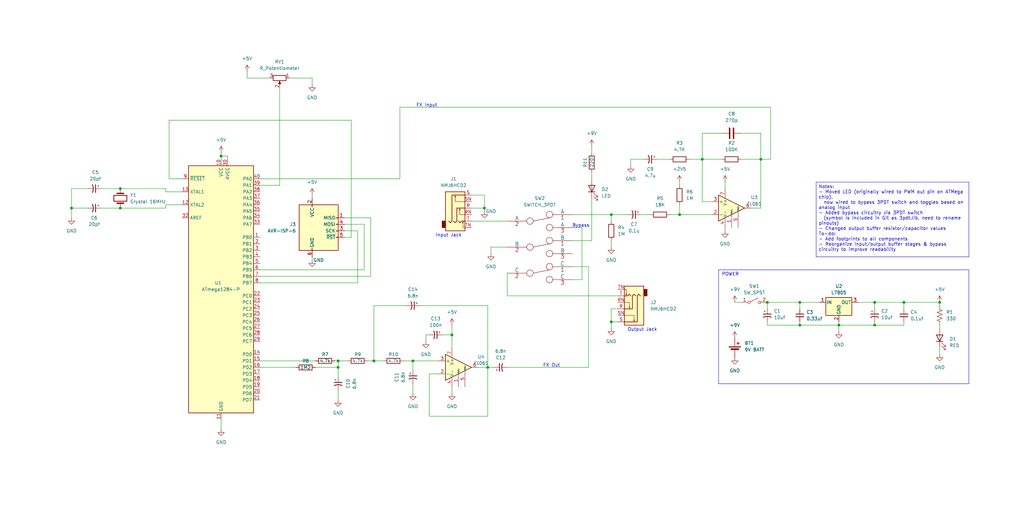
<source format=kicad_sch>
(kicad_sch (version 20230121) (generator eeschema)

  (uuid 23db8aec-b53f-46f3-9e89-875dd8c49681)

  (paper "User" 399.999 200)

  (title_block
    (title "Guitar Pedal")
    (date "2023-10-24")
    (rev "v01")
    (company "Team 12")
    (comment 1 "ECE 411 - Winter 2023")
  )

  (lib_symbols
    (symbol "Amplifier_Operational:TL061" (pin_names (offset 0.127)) (in_bom yes) (on_board yes)
      (property "Reference" "U" (at 0 6.35 0)
        (effects (font (size 1.27 1.27)) (justify left))
      )
      (property "Value" "TL061" (at 0 3.81 0)
        (effects (font (size 1.27 1.27)) (justify left))
      )
      (property "Footprint" "" (at 1.27 1.27 0)
        (effects (font (size 1.27 1.27)) hide)
      )
      (property "Datasheet" "http://www.ti.com/lit/ds/symlink/tl061.pdf" (at 3.81 3.81 0)
        (effects (font (size 1.27 1.27)) hide)
      )
      (property "ki_keywords" "single opamp" (at 0 0 0)
        (effects (font (size 1.27 1.27)) hide)
      )
      (property "ki_description" "Single Low-Power JFET-Input Operational Amplifiers, DIP-8/SOIC-8" (at 0 0 0)
        (effects (font (size 1.27 1.27)) hide)
      )
      (property "ki_fp_filters" "SOIC*3.9x4.9mm*P1.27mm* DIP*W7.62mm* TSSOP*3x3mm*P0.65mm*" (at 0 0 0)
        (effects (font (size 1.27 1.27)) hide)
      )
      (symbol "TL061_0_1"
        (polyline
          (pts
            (xy -5.08 5.08)
            (xy 5.08 0)
            (xy -5.08 -5.08)
            (xy -5.08 5.08)
          )
          (stroke (width 0.254) (type default))
          (fill (type background))
        )
      )
      (symbol "TL061_1_1"
        (pin input line (at 0 -7.62 90) (length 5.08)
          (name "NULL" (effects (font (size 0.508 0.508))))
          (number "1" (effects (font (size 1.27 1.27))))
        )
        (pin input line (at -7.62 -2.54 0) (length 2.54)
          (name "-" (effects (font (size 1.27 1.27))))
          (number "2" (effects (font (size 1.27 1.27))))
        )
        (pin input line (at -7.62 2.54 0) (length 2.54)
          (name "+" (effects (font (size 1.27 1.27))))
          (number "3" (effects (font (size 1.27 1.27))))
        )
        (pin power_in line (at -2.54 -7.62 90) (length 3.81)
          (name "V-" (effects (font (size 1.27 1.27))))
          (number "4" (effects (font (size 1.27 1.27))))
        )
        (pin input line (at 2.54 -7.62 90) (length 6.35)
          (name "NULL" (effects (font (size 0.508 0.508))))
          (number "5" (effects (font (size 1.27 1.27))))
        )
        (pin output line (at 7.62 0 180) (length 2.54)
          (name "~" (effects (font (size 1.27 1.27))))
          (number "6" (effects (font (size 1.27 1.27))))
        )
        (pin power_in line (at -2.54 7.62 270) (length 3.81)
          (name "V+" (effects (font (size 1.27 1.27))))
          (number "7" (effects (font (size 1.27 1.27))))
        )
        (pin no_connect line (at 0 2.54 270) (length 2.54) hide
          (name "NC" (effects (font (size 1.27 1.27))))
          (number "8" (effects (font (size 1.27 1.27))))
        )
      )
    )
    (symbol "Connector:AVR-ISP-6" (pin_names (offset 1.016)) (in_bom yes) (on_board yes)
      (property "Reference" "J" (at -6.35 11.43 0)
        (effects (font (size 1.27 1.27)) (justify left))
      )
      (property "Value" "AVR-ISP-6" (at 0 11.43 0)
        (effects (font (size 1.27 1.27)) (justify left))
      )
      (property "Footprint" "" (at -6.35 1.27 90)
        (effects (font (size 1.27 1.27)) hide)
      )
      (property "Datasheet" " ~" (at -32.385 -13.97 0)
        (effects (font (size 1.27 1.27)) hide)
      )
      (property "ki_keywords" "AVR ISP Connector" (at 0 0 0)
        (effects (font (size 1.27 1.27)) hide)
      )
      (property "ki_description" "Atmel 6-pin ISP connector" (at 0 0 0)
        (effects (font (size 1.27 1.27)) hide)
      )
      (property "ki_fp_filters" "IDC?Header*2x03* Pin?Header*2x03*" (at 0 0 0)
        (effects (font (size 1.27 1.27)) hide)
      )
      (symbol "AVR-ISP-6_0_1"
        (rectangle (start -2.667 -6.858) (end -2.413 -7.62)
          (stroke (width 0) (type default))
          (fill (type none))
        )
        (rectangle (start -2.667 10.16) (end -2.413 9.398)
          (stroke (width 0) (type default))
          (fill (type none))
        )
        (rectangle (start 7.62 -2.413) (end 6.858 -2.667)
          (stroke (width 0) (type default))
          (fill (type none))
        )
        (rectangle (start 7.62 0.127) (end 6.858 -0.127)
          (stroke (width 0) (type default))
          (fill (type none))
        )
        (rectangle (start 7.62 2.667) (end 6.858 2.413)
          (stroke (width 0) (type default))
          (fill (type none))
        )
        (rectangle (start 7.62 5.207) (end 6.858 4.953)
          (stroke (width 0) (type default))
          (fill (type none))
        )
        (rectangle (start 7.62 10.16) (end -7.62 -7.62)
          (stroke (width 0.254) (type default))
          (fill (type background))
        )
      )
      (symbol "AVR-ISP-6_1_1"
        (pin passive line (at 10.16 5.08 180) (length 2.54)
          (name "MISO" (effects (font (size 1.27 1.27))))
          (number "1" (effects (font (size 1.27 1.27))))
        )
        (pin passive line (at -2.54 12.7 270) (length 2.54)
          (name "VCC" (effects (font (size 1.27 1.27))))
          (number "2" (effects (font (size 1.27 1.27))))
        )
        (pin passive line (at 10.16 0 180) (length 2.54)
          (name "SCK" (effects (font (size 1.27 1.27))))
          (number "3" (effects (font (size 1.27 1.27))))
        )
        (pin passive line (at 10.16 2.54 180) (length 2.54)
          (name "MOSI" (effects (font (size 1.27 1.27))))
          (number "4" (effects (font (size 1.27 1.27))))
        )
        (pin passive line (at 10.16 -2.54 180) (length 2.54)
          (name "~{RST}" (effects (font (size 1.27 1.27))))
          (number "5" (effects (font (size 1.27 1.27))))
        )
        (pin passive line (at -2.54 -10.16 90) (length 2.54)
          (name "GND" (effects (font (size 1.27 1.27))))
          (number "6" (effects (font (size 1.27 1.27))))
        )
      )
    )
    (symbol "Connector_Audio:NMJ6HCD2" (in_bom yes) (on_board yes)
      (property "Reference" "J" (at 0 11.43 0)
        (effects (font (size 1.27 1.27)))
      )
      (property "Value" "NMJ6HCD2" (at 0 8.89 0)
        (effects (font (size 1.27 1.27)))
      )
      (property "Footprint" "Connector_Audio:Jack_6.35mm_Neutrik_NMJ6HCD2_Horizontal" (at 0 0 0)
        (effects (font (size 1.27 1.27)) hide)
      )
      (property "Datasheet" "https://www.neutrik.com/en/product/nmj6hcd2" (at 0 0 0)
        (effects (font (size 1.27 1.27)) hide)
      )
      (property "ki_keywords" "audio jack receptacle stereo headphones connector neutrik" (at 0 0 0)
        (effects (font (size 1.27 1.27)) hide)
      )
      (property "ki_description" "M Series, 6.35mm (1/4in) stereo jack, switched, with chrome ferrule and straight PCB pins" (at 0 0 0)
        (effects (font (size 1.27 1.27)) hide)
      )
      (property "ki_fp_filters" "Jack*" (at 0 0 0)
        (effects (font (size 1.27 1.27)) hide)
      )
      (symbol "NMJ6HCD2_0_1"
        (rectangle (start -5.08 -5.08) (end -6.35 -7.62)
          (stroke (width 0.254) (type default))
          (fill (type outline))
        )
        (polyline
          (pts
            (xy -1.27 4.826)
            (xy -1.016 4.318)
          )
          (stroke (width 0) (type default))
          (fill (type none))
        )
        (polyline
          (pts
            (xy 0.508 -0.254)
            (xy 0.762 -0.762)
          )
          (stroke (width 0) (type default))
          (fill (type none))
        )
        (polyline
          (pts
            (xy 1.778 -5.334)
            (xy 2.032 -5.842)
          )
          (stroke (width 0) (type default))
          (fill (type none))
        )
        (polyline
          (pts
            (xy 0 -5.08)
            (xy 0.635 -5.715)
            (xy 1.27 -5.08)
            (xy 2.54 -5.08)
          )
          (stroke (width 0.254) (type default))
          (fill (type none))
        )
        (polyline
          (pts
            (xy 2.54 -7.62)
            (xy 1.778 -7.62)
            (xy 1.778 -5.334)
            (xy 1.524 -5.842)
          )
          (stroke (width 0) (type default))
          (fill (type none))
        )
        (polyline
          (pts
            (xy 2.54 -2.54)
            (xy 0.508 -2.54)
            (xy 0.508 -0.254)
            (xy 0.254 -0.762)
          )
          (stroke (width 0) (type default))
          (fill (type none))
        )
        (polyline
          (pts
            (xy 2.54 2.54)
            (xy -1.27 2.54)
            (xy -1.27 4.826)
            (xy -1.524 4.318)
          )
          (stroke (width 0) (type default))
          (fill (type none))
        )
        (polyline
          (pts
            (xy -1.905 -5.08)
            (xy -1.27 -5.715)
            (xy -0.635 -5.08)
            (xy -0.635 0)
            (xy 2.54 0)
          )
          (stroke (width 0.254) (type default))
          (fill (type none))
        )
        (polyline
          (pts
            (xy 2.54 5.08)
            (xy -2.54 5.08)
            (xy -2.54 -5.08)
            (xy -3.175 -5.715)
            (xy -3.81 -5.08)
          )
          (stroke (width 0.254) (type default))
          (fill (type none))
        )
        (rectangle (start 2.54 6.35) (end -5.08 -8.89)
          (stroke (width 0.254) (type default))
          (fill (type background))
        )
      )
      (symbol "NMJ6HCD2_1_1"
        (pin passive line (at 5.08 0 180) (length 2.54)
          (name "~" (effects (font (size 1.27 1.27))))
          (number "R" (effects (font (size 1.27 1.27))))
        )
        (pin passive line (at 5.08 -2.54 180) (length 2.54)
          (name "~" (effects (font (size 1.27 1.27))))
          (number "RN" (effects (font (size 1.27 1.27))))
        )
        (pin passive line (at 5.08 5.08 180) (length 2.54)
          (name "~" (effects (font (size 1.27 1.27))))
          (number "S" (effects (font (size 1.27 1.27))))
        )
        (pin passive line (at 5.08 2.54 180) (length 2.54)
          (name "~" (effects (font (size 1.27 1.27))))
          (number "SN" (effects (font (size 1.27 1.27))))
        )
        (pin passive line (at 5.08 -5.08 180) (length 2.54)
          (name "~" (effects (font (size 1.27 1.27))))
          (number "T" (effects (font (size 1.27 1.27))))
        )
        (pin passive line (at 5.08 -7.62 180) (length 2.54)
          (name "~" (effects (font (size 1.27 1.27))))
          (number "TN" (effects (font (size 1.27 1.27))))
        )
      )
    )
    (symbol "Device:Battery_Cell" (pin_numbers hide) (pin_names (offset 0) hide) (in_bom yes) (on_board yes)
      (property "Reference" "BT" (at 2.54 2.54 0)
        (effects (font (size 1.27 1.27)) (justify left))
      )
      (property "Value" "Battery_Cell" (at 2.54 0 0)
        (effects (font (size 1.27 1.27)) (justify left))
      )
      (property "Footprint" "" (at 0 1.524 90)
        (effects (font (size 1.27 1.27)) hide)
      )
      (property "Datasheet" "~" (at 0 1.524 90)
        (effects (font (size 1.27 1.27)) hide)
      )
      (property "ki_keywords" "battery cell" (at 0 0 0)
        (effects (font (size 1.27 1.27)) hide)
      )
      (property "ki_description" "Single-cell battery" (at 0 0 0)
        (effects (font (size 1.27 1.27)) hide)
      )
      (symbol "Battery_Cell_0_1"
        (rectangle (start -2.286 1.778) (end 2.286 1.524)
          (stroke (width 0) (type default))
          (fill (type outline))
        )
        (rectangle (start -1.524 1.016) (end 1.524 0.508)
          (stroke (width 0) (type default))
          (fill (type outline))
        )
        (polyline
          (pts
            (xy 0 0.762)
            (xy 0 0)
          )
          (stroke (width 0) (type default))
          (fill (type none))
        )
        (polyline
          (pts
            (xy 0 1.778)
            (xy 0 2.54)
          )
          (stroke (width 0) (type default))
          (fill (type none))
        )
        (polyline
          (pts
            (xy 0.762 3.048)
            (xy 1.778 3.048)
          )
          (stroke (width 0.254) (type default))
          (fill (type none))
        )
        (polyline
          (pts
            (xy 1.27 3.556)
            (xy 1.27 2.54)
          )
          (stroke (width 0.254) (type default))
          (fill (type none))
        )
      )
      (symbol "Battery_Cell_1_1"
        (pin passive line (at 0 5.08 270) (length 2.54)
          (name "+" (effects (font (size 1.27 1.27))))
          (number "1" (effects (font (size 1.27 1.27))))
        )
        (pin passive line (at 0 -2.54 90) (length 2.54)
          (name "-" (effects (font (size 1.27 1.27))))
          (number "2" (effects (font (size 1.27 1.27))))
        )
      )
    )
    (symbol "Device:C" (pin_numbers hide) (pin_names (offset 0.254)) (in_bom yes) (on_board yes)
      (property "Reference" "C" (at 0.635 2.54 0)
        (effects (font (size 1.27 1.27)) (justify left))
      )
      (property "Value" "C" (at 0.635 -2.54 0)
        (effects (font (size 1.27 1.27)) (justify left))
      )
      (property "Footprint" "" (at 0.9652 -3.81 0)
        (effects (font (size 1.27 1.27)) hide)
      )
      (property "Datasheet" "~" (at 0 0 0)
        (effects (font (size 1.27 1.27)) hide)
      )
      (property "ki_keywords" "cap capacitor" (at 0 0 0)
        (effects (font (size 1.27 1.27)) hide)
      )
      (property "ki_description" "Unpolarized capacitor" (at 0 0 0)
        (effects (font (size 1.27 1.27)) hide)
      )
      (property "ki_fp_filters" "C_*" (at 0 0 0)
        (effects (font (size 1.27 1.27)) hide)
      )
      (symbol "C_0_1"
        (polyline
          (pts
            (xy -2.032 -0.762)
            (xy 2.032 -0.762)
          )
          (stroke (width 0.508) (type default))
          (fill (type none))
        )
        (polyline
          (pts
            (xy -2.032 0.762)
            (xy 2.032 0.762)
          )
          (stroke (width 0.508) (type default))
          (fill (type none))
        )
      )
      (symbol "C_1_1"
        (pin passive line (at 0 3.81 270) (length 2.794)
          (name "~" (effects (font (size 1.27 1.27))))
          (number "1" (effects (font (size 1.27 1.27))))
        )
        (pin passive line (at 0 -3.81 90) (length 2.794)
          (name "~" (effects (font (size 1.27 1.27))))
          (number "2" (effects (font (size 1.27 1.27))))
        )
      )
    )
    (symbol "Device:C_Polarized_Small_US" (pin_numbers hide) (pin_names (offset 0.254) hide) (in_bom yes) (on_board yes)
      (property "Reference" "C" (at 0.254 1.778 0)
        (effects (font (size 1.27 1.27)) (justify left))
      )
      (property "Value" "C_Polarized_Small_US" (at 0.254 -2.032 0)
        (effects (font (size 1.27 1.27)) (justify left))
      )
      (property "Footprint" "" (at 0 0 0)
        (effects (font (size 1.27 1.27)) hide)
      )
      (property "Datasheet" "~" (at 0 0 0)
        (effects (font (size 1.27 1.27)) hide)
      )
      (property "ki_keywords" "cap capacitor" (at 0 0 0)
        (effects (font (size 1.27 1.27)) hide)
      )
      (property "ki_description" "Polarized capacitor, small US symbol" (at 0 0 0)
        (effects (font (size 1.27 1.27)) hide)
      )
      (property "ki_fp_filters" "CP_*" (at 0 0 0)
        (effects (font (size 1.27 1.27)) hide)
      )
      (symbol "C_Polarized_Small_US_0_1"
        (polyline
          (pts
            (xy -1.524 0.508)
            (xy 1.524 0.508)
          )
          (stroke (width 0.3048) (type default))
          (fill (type none))
        )
        (polyline
          (pts
            (xy -1.27 1.524)
            (xy -0.762 1.524)
          )
          (stroke (width 0) (type default))
          (fill (type none))
        )
        (polyline
          (pts
            (xy -1.016 1.27)
            (xy -1.016 1.778)
          )
          (stroke (width 0) (type default))
          (fill (type none))
        )
        (arc (start 1.524 -0.762) (mid 0 -0.3734) (end -1.524 -0.762)
          (stroke (width 0.3048) (type default))
          (fill (type none))
        )
      )
      (symbol "C_Polarized_Small_US_1_1"
        (pin passive line (at 0 2.54 270) (length 2.032)
          (name "~" (effects (font (size 1.27 1.27))))
          (number "1" (effects (font (size 1.27 1.27))))
        )
        (pin passive line (at 0 -2.54 90) (length 2.032)
          (name "~" (effects (font (size 1.27 1.27))))
          (number "2" (effects (font (size 1.27 1.27))))
        )
      )
    )
    (symbol "Device:C_Small" (pin_numbers hide) (pin_names (offset 0.254) hide) (in_bom yes) (on_board yes)
      (property "Reference" "C" (at 0.254 1.778 0)
        (effects (font (size 1.27 1.27)) (justify left))
      )
      (property "Value" "C_Small" (at 0.254 -2.032 0)
        (effects (font (size 1.27 1.27)) (justify left))
      )
      (property "Footprint" "" (at 0 0 0)
        (effects (font (size 1.27 1.27)) hide)
      )
      (property "Datasheet" "~" (at 0 0 0)
        (effects (font (size 1.27 1.27)) hide)
      )
      (property "ki_keywords" "capacitor cap" (at 0 0 0)
        (effects (font (size 1.27 1.27)) hide)
      )
      (property "ki_description" "Unpolarized capacitor, small symbol" (at 0 0 0)
        (effects (font (size 1.27 1.27)) hide)
      )
      (property "ki_fp_filters" "C_*" (at 0 0 0)
        (effects (font (size 1.27 1.27)) hide)
      )
      (symbol "C_Small_0_1"
        (polyline
          (pts
            (xy -1.524 -0.508)
            (xy 1.524 -0.508)
          )
          (stroke (width 0.3302) (type default))
          (fill (type none))
        )
        (polyline
          (pts
            (xy -1.524 0.508)
            (xy 1.524 0.508)
          )
          (stroke (width 0.3048) (type default))
          (fill (type none))
        )
      )
      (symbol "C_Small_1_1"
        (pin passive line (at 0 2.54 270) (length 2.032)
          (name "~" (effects (font (size 1.27 1.27))))
          (number "1" (effects (font (size 1.27 1.27))))
        )
        (pin passive line (at 0 -2.54 90) (length 2.032)
          (name "~" (effects (font (size 1.27 1.27))))
          (number "2" (effects (font (size 1.27 1.27))))
        )
      )
    )
    (symbol "Device:Crystal" (pin_numbers hide) (pin_names (offset 1.016) hide) (in_bom yes) (on_board yes)
      (property "Reference" "Y" (at 0 3.81 0)
        (effects (font (size 1.27 1.27)))
      )
      (property "Value" "Crystal" (at 0 -3.81 0)
        (effects (font (size 1.27 1.27)))
      )
      (property "Footprint" "" (at 0 0 0)
        (effects (font (size 1.27 1.27)) hide)
      )
      (property "Datasheet" "~" (at 0 0 0)
        (effects (font (size 1.27 1.27)) hide)
      )
      (property "ki_keywords" "quartz ceramic resonator oscillator" (at 0 0 0)
        (effects (font (size 1.27 1.27)) hide)
      )
      (property "ki_description" "Two pin crystal" (at 0 0 0)
        (effects (font (size 1.27 1.27)) hide)
      )
      (property "ki_fp_filters" "Crystal*" (at 0 0 0)
        (effects (font (size 1.27 1.27)) hide)
      )
      (symbol "Crystal_0_1"
        (rectangle (start -1.143 2.54) (end 1.143 -2.54)
          (stroke (width 0.3048) (type default))
          (fill (type none))
        )
        (polyline
          (pts
            (xy -2.54 0)
            (xy -1.905 0)
          )
          (stroke (width 0) (type default))
          (fill (type none))
        )
        (polyline
          (pts
            (xy -1.905 -1.27)
            (xy -1.905 1.27)
          )
          (stroke (width 0.508) (type default))
          (fill (type none))
        )
        (polyline
          (pts
            (xy 1.905 -1.27)
            (xy 1.905 1.27)
          )
          (stroke (width 0.508) (type default))
          (fill (type none))
        )
        (polyline
          (pts
            (xy 2.54 0)
            (xy 1.905 0)
          )
          (stroke (width 0) (type default))
          (fill (type none))
        )
      )
      (symbol "Crystal_1_1"
        (pin passive line (at -3.81 0 0) (length 1.27)
          (name "1" (effects (font (size 1.27 1.27))))
          (number "1" (effects (font (size 1.27 1.27))))
        )
        (pin passive line (at 3.81 0 180) (length 1.27)
          (name "2" (effects (font (size 1.27 1.27))))
          (number "2" (effects (font (size 1.27 1.27))))
        )
      )
    )
    (symbol "Device:LED" (pin_numbers hide) (pin_names (offset 1.016) hide) (in_bom yes) (on_board yes)
      (property "Reference" "D" (at 0 2.54 0)
        (effects (font (size 1.27 1.27)))
      )
      (property "Value" "LED" (at 0 -2.54 0)
        (effects (font (size 1.27 1.27)))
      )
      (property "Footprint" "" (at 0 0 0)
        (effects (font (size 1.27 1.27)) hide)
      )
      (property "Datasheet" "~" (at 0 0 0)
        (effects (font (size 1.27 1.27)) hide)
      )
      (property "ki_keywords" "LED diode" (at 0 0 0)
        (effects (font (size 1.27 1.27)) hide)
      )
      (property "ki_description" "Light emitting diode" (at 0 0 0)
        (effects (font (size 1.27 1.27)) hide)
      )
      (property "ki_fp_filters" "LED* LED_SMD:* LED_THT:*" (at 0 0 0)
        (effects (font (size 1.27 1.27)) hide)
      )
      (symbol "LED_0_1"
        (polyline
          (pts
            (xy -1.27 -1.27)
            (xy -1.27 1.27)
          )
          (stroke (width 0.254) (type default))
          (fill (type none))
        )
        (polyline
          (pts
            (xy -1.27 0)
            (xy 1.27 0)
          )
          (stroke (width 0) (type default))
          (fill (type none))
        )
        (polyline
          (pts
            (xy 1.27 -1.27)
            (xy 1.27 1.27)
            (xy -1.27 0)
            (xy 1.27 -1.27)
          )
          (stroke (width 0.254) (type default))
          (fill (type none))
        )
        (polyline
          (pts
            (xy -3.048 -0.762)
            (xy -4.572 -2.286)
            (xy -3.81 -2.286)
            (xy -4.572 -2.286)
            (xy -4.572 -1.524)
          )
          (stroke (width 0) (type default))
          (fill (type none))
        )
        (polyline
          (pts
            (xy -1.778 -0.762)
            (xy -3.302 -2.286)
            (xy -2.54 -2.286)
            (xy -3.302 -2.286)
            (xy -3.302 -1.524)
          )
          (stroke (width 0) (type default))
          (fill (type none))
        )
      )
      (symbol "LED_1_1"
        (pin passive line (at -3.81 0 0) (length 2.54)
          (name "K" (effects (font (size 1.27 1.27))))
          (number "1" (effects (font (size 1.27 1.27))))
        )
        (pin passive line (at 3.81 0 180) (length 2.54)
          (name "A" (effects (font (size 1.27 1.27))))
          (number "2" (effects (font (size 1.27 1.27))))
        )
      )
    )
    (symbol "Device:R" (pin_numbers hide) (pin_names (offset 0)) (in_bom yes) (on_board yes)
      (property "Reference" "R" (at 2.032 0 90)
        (effects (font (size 1.27 1.27)))
      )
      (property "Value" "R" (at 0 0 90)
        (effects (font (size 1.27 1.27)))
      )
      (property "Footprint" "" (at -1.778 0 90)
        (effects (font (size 1.27 1.27)) hide)
      )
      (property "Datasheet" "~" (at 0 0 0)
        (effects (font (size 1.27 1.27)) hide)
      )
      (property "ki_keywords" "R res resistor" (at 0 0 0)
        (effects (font (size 1.27 1.27)) hide)
      )
      (property "ki_description" "Resistor" (at 0 0 0)
        (effects (font (size 1.27 1.27)) hide)
      )
      (property "ki_fp_filters" "R_*" (at 0 0 0)
        (effects (font (size 1.27 1.27)) hide)
      )
      (symbol "R_0_1"
        (rectangle (start -1.016 -2.54) (end 1.016 2.54)
          (stroke (width 0.254) (type default))
          (fill (type none))
        )
      )
      (symbol "R_1_1"
        (pin passive line (at 0 3.81 270) (length 1.27)
          (name "~" (effects (font (size 1.27 1.27))))
          (number "1" (effects (font (size 1.27 1.27))))
        )
        (pin passive line (at 0 -3.81 90) (length 1.27)
          (name "~" (effects (font (size 1.27 1.27))))
          (number "2" (effects (font (size 1.27 1.27))))
        )
      )
    )
    (symbol "Device:R_Potentiometer" (pin_names (offset 1.016) hide) (in_bom yes) (on_board yes)
      (property "Reference" "RV" (at -4.445 0 90)
        (effects (font (size 1.27 1.27)))
      )
      (property "Value" "R_Potentiometer" (at -2.54 0 90)
        (effects (font (size 1.27 1.27)))
      )
      (property "Footprint" "" (at 0 0 0)
        (effects (font (size 1.27 1.27)) hide)
      )
      (property "Datasheet" "~" (at 0 0 0)
        (effects (font (size 1.27 1.27)) hide)
      )
      (property "ki_keywords" "resistor variable" (at 0 0 0)
        (effects (font (size 1.27 1.27)) hide)
      )
      (property "ki_description" "Potentiometer" (at 0 0 0)
        (effects (font (size 1.27 1.27)) hide)
      )
      (property "ki_fp_filters" "Potentiometer*" (at 0 0 0)
        (effects (font (size 1.27 1.27)) hide)
      )
      (symbol "R_Potentiometer_0_1"
        (polyline
          (pts
            (xy 2.54 0)
            (xy 1.524 0)
          )
          (stroke (width 0) (type default))
          (fill (type none))
        )
        (polyline
          (pts
            (xy 1.143 0)
            (xy 2.286 0.508)
            (xy 2.286 -0.508)
            (xy 1.143 0)
          )
          (stroke (width 0) (type default))
          (fill (type outline))
        )
        (rectangle (start 1.016 2.54) (end -1.016 -2.54)
          (stroke (width 0.254) (type default))
          (fill (type none))
        )
      )
      (symbol "R_Potentiometer_1_1"
        (pin passive line (at 0 3.81 270) (length 1.27)
          (name "1" (effects (font (size 1.27 1.27))))
          (number "1" (effects (font (size 1.27 1.27))))
        )
        (pin passive line (at 3.81 0 180) (length 1.27)
          (name "2" (effects (font (size 1.27 1.27))))
          (number "2" (effects (font (size 1.27 1.27))))
        )
        (pin passive line (at 0 -3.81 90) (length 1.27)
          (name "3" (effects (font (size 1.27 1.27))))
          (number "3" (effects (font (size 1.27 1.27))))
        )
      )
    )
    (symbol "Device:R_US" (pin_numbers hide) (pin_names (offset 0)) (in_bom yes) (on_board yes)
      (property "Reference" "R" (at 2.54 0 90)
        (effects (font (size 1.27 1.27)))
      )
      (property "Value" "R_US" (at -2.54 0 90)
        (effects (font (size 1.27 1.27)))
      )
      (property "Footprint" "" (at 1.016 -0.254 90)
        (effects (font (size 1.27 1.27)) hide)
      )
      (property "Datasheet" "~" (at 0 0 0)
        (effects (font (size 1.27 1.27)) hide)
      )
      (property "ki_keywords" "R res resistor" (at 0 0 0)
        (effects (font (size 1.27 1.27)) hide)
      )
      (property "ki_description" "Resistor, US symbol" (at 0 0 0)
        (effects (font (size 1.27 1.27)) hide)
      )
      (property "ki_fp_filters" "R_*" (at 0 0 0)
        (effects (font (size 1.27 1.27)) hide)
      )
      (symbol "R_US_0_1"
        (polyline
          (pts
            (xy 0 -2.286)
            (xy 0 -2.54)
          )
          (stroke (width 0) (type default))
          (fill (type none))
        )
        (polyline
          (pts
            (xy 0 2.286)
            (xy 0 2.54)
          )
          (stroke (width 0) (type default))
          (fill (type none))
        )
        (polyline
          (pts
            (xy 0 -0.762)
            (xy 1.016 -1.143)
            (xy 0 -1.524)
            (xy -1.016 -1.905)
            (xy 0 -2.286)
          )
          (stroke (width 0) (type default))
          (fill (type none))
        )
        (polyline
          (pts
            (xy 0 0.762)
            (xy 1.016 0.381)
            (xy 0 0)
            (xy -1.016 -0.381)
            (xy 0 -0.762)
          )
          (stroke (width 0) (type default))
          (fill (type none))
        )
        (polyline
          (pts
            (xy 0 2.286)
            (xy 1.016 1.905)
            (xy 0 1.524)
            (xy -1.016 1.143)
            (xy 0 0.762)
          )
          (stroke (width 0) (type default))
          (fill (type none))
        )
      )
      (symbol "R_US_1_1"
        (pin passive line (at 0 3.81 270) (length 1.27)
          (name "~" (effects (font (size 1.27 1.27))))
          (number "1" (effects (font (size 1.27 1.27))))
        )
        (pin passive line (at 0 -3.81 90) (length 1.27)
          (name "~" (effects (font (size 1.27 1.27))))
          (number "2" (effects (font (size 1.27 1.27))))
        )
      )
    )
    (symbol "MCU_Microchip_ATmega:ATmega1284-P" (in_bom yes) (on_board yes)
      (property "Reference" "U" (at -12.7 49.53 0)
        (effects (font (size 1.27 1.27)) (justify left bottom))
      )
      (property "Value" "ATmega1284-P" (at 2.54 -49.53 0)
        (effects (font (size 1.27 1.27)) (justify left top))
      )
      (property "Footprint" "Package_DIP:DIP-40_W15.24mm" (at 0 0 0)
        (effects (font (size 1.27 1.27) italic) hide)
      )
      (property "Datasheet" "http://ww1.microchip.com/downloads/en/DeviceDoc/Atmel-8272-8-bit-AVR-microcontroller-ATmega164A_PA-324A_PA-644A_PA-1284_P_datasheet.pdf" (at 0 0 0)
        (effects (font (size 1.27 1.27)) hide)
      )
      (property "ki_keywords" "AVR 8bit Microcontroller MegaAVR" (at 0 0 0)
        (effects (font (size 1.27 1.27)) hide)
      )
      (property "ki_description" "20MHz, 128kB Flash, 16kB SRAM, 4kB EEPROM, JTAG, DIP-40" (at 0 0 0)
        (effects (font (size 1.27 1.27)) hide)
      )
      (property "ki_fp_filters" "DIP*W15.24mm*" (at 0 0 0)
        (effects (font (size 1.27 1.27)) hide)
      )
      (symbol "ATmega1284-P_0_1"
        (rectangle (start -12.7 -48.26) (end 12.7 48.26)
          (stroke (width 0.254) (type default))
          (fill (type background))
        )
      )
      (symbol "ATmega1284-P_1_1"
        (pin bidirectional line (at 15.24 20.32 180) (length 2.54)
          (name "PB0" (effects (font (size 1.27 1.27))))
          (number "1" (effects (font (size 1.27 1.27))))
        )
        (pin power_in line (at 0 50.8 270) (length 2.54)
          (name "VCC" (effects (font (size 1.27 1.27))))
          (number "10" (effects (font (size 1.27 1.27))))
        )
        (pin power_in line (at 0 -50.8 90) (length 2.54)
          (name "GND" (effects (font (size 1.27 1.27))))
          (number "11" (effects (font (size 1.27 1.27))))
        )
        (pin output line (at -15.24 33.02 0) (length 2.54)
          (name "XTAL2" (effects (font (size 1.27 1.27))))
          (number "12" (effects (font (size 1.27 1.27))))
        )
        (pin input line (at -15.24 38.1 0) (length 2.54)
          (name "XTAL1" (effects (font (size 1.27 1.27))))
          (number "13" (effects (font (size 1.27 1.27))))
        )
        (pin bidirectional line (at 15.24 -25.4 180) (length 2.54)
          (name "PD0" (effects (font (size 1.27 1.27))))
          (number "14" (effects (font (size 1.27 1.27))))
        )
        (pin bidirectional line (at 15.24 -27.94 180) (length 2.54)
          (name "PD1" (effects (font (size 1.27 1.27))))
          (number "15" (effects (font (size 1.27 1.27))))
        )
        (pin bidirectional line (at 15.24 -30.48 180) (length 2.54)
          (name "PD2" (effects (font (size 1.27 1.27))))
          (number "16" (effects (font (size 1.27 1.27))))
        )
        (pin bidirectional line (at 15.24 -33.02 180) (length 2.54)
          (name "PD3" (effects (font (size 1.27 1.27))))
          (number "17" (effects (font (size 1.27 1.27))))
        )
        (pin bidirectional line (at 15.24 -35.56 180) (length 2.54)
          (name "PD4" (effects (font (size 1.27 1.27))))
          (number "18" (effects (font (size 1.27 1.27))))
        )
        (pin bidirectional line (at 15.24 -38.1 180) (length 2.54)
          (name "PD5" (effects (font (size 1.27 1.27))))
          (number "19" (effects (font (size 1.27 1.27))))
        )
        (pin bidirectional line (at 15.24 17.78 180) (length 2.54)
          (name "PB1" (effects (font (size 1.27 1.27))))
          (number "2" (effects (font (size 1.27 1.27))))
        )
        (pin bidirectional line (at 15.24 -40.64 180) (length 2.54)
          (name "PD6" (effects (font (size 1.27 1.27))))
          (number "20" (effects (font (size 1.27 1.27))))
        )
        (pin bidirectional line (at 15.24 -43.18 180) (length 2.54)
          (name "PD7" (effects (font (size 1.27 1.27))))
          (number "21" (effects (font (size 1.27 1.27))))
        )
        (pin bidirectional line (at 15.24 -2.54 180) (length 2.54)
          (name "PC0" (effects (font (size 1.27 1.27))))
          (number "22" (effects (font (size 1.27 1.27))))
        )
        (pin bidirectional line (at 15.24 -5.08 180) (length 2.54)
          (name "PC1" (effects (font (size 1.27 1.27))))
          (number "23" (effects (font (size 1.27 1.27))))
        )
        (pin bidirectional line (at 15.24 -7.62 180) (length 2.54)
          (name "PC2" (effects (font (size 1.27 1.27))))
          (number "24" (effects (font (size 1.27 1.27))))
        )
        (pin bidirectional line (at 15.24 -10.16 180) (length 2.54)
          (name "PC3" (effects (font (size 1.27 1.27))))
          (number "25" (effects (font (size 1.27 1.27))))
        )
        (pin bidirectional line (at 15.24 -12.7 180) (length 2.54)
          (name "PC4" (effects (font (size 1.27 1.27))))
          (number "26" (effects (font (size 1.27 1.27))))
        )
        (pin bidirectional line (at 15.24 -15.24 180) (length 2.54)
          (name "PC5" (effects (font (size 1.27 1.27))))
          (number "27" (effects (font (size 1.27 1.27))))
        )
        (pin bidirectional line (at 15.24 -17.78 180) (length 2.54)
          (name "PC6" (effects (font (size 1.27 1.27))))
          (number "28" (effects (font (size 1.27 1.27))))
        )
        (pin bidirectional line (at 15.24 -20.32 180) (length 2.54)
          (name "PC7" (effects (font (size 1.27 1.27))))
          (number "29" (effects (font (size 1.27 1.27))))
        )
        (pin bidirectional line (at 15.24 15.24 180) (length 2.54)
          (name "PB2" (effects (font (size 1.27 1.27))))
          (number "3" (effects (font (size 1.27 1.27))))
        )
        (pin power_in line (at 2.54 50.8 270) (length 2.54)
          (name "AVCC" (effects (font (size 1.27 1.27))))
          (number "30" (effects (font (size 1.27 1.27))))
        )
        (pin passive line (at 0 -50.8 90) (length 2.54) hide
          (name "GND" (effects (font (size 1.27 1.27))))
          (number "31" (effects (font (size 1.27 1.27))))
        )
        (pin passive line (at -15.24 27.94 0) (length 2.54)
          (name "AREF" (effects (font (size 1.27 1.27))))
          (number "32" (effects (font (size 1.27 1.27))))
        )
        (pin bidirectional line (at 15.24 25.4 180) (length 2.54)
          (name "PA7" (effects (font (size 1.27 1.27))))
          (number "33" (effects (font (size 1.27 1.27))))
        )
        (pin bidirectional line (at 15.24 27.94 180) (length 2.54)
          (name "PA6" (effects (font (size 1.27 1.27))))
          (number "34" (effects (font (size 1.27 1.27))))
        )
        (pin bidirectional line (at 15.24 30.48 180) (length 2.54)
          (name "PA5" (effects (font (size 1.27 1.27))))
          (number "35" (effects (font (size 1.27 1.27))))
        )
        (pin bidirectional line (at 15.24 33.02 180) (length 2.54)
          (name "PA4" (effects (font (size 1.27 1.27))))
          (number "36" (effects (font (size 1.27 1.27))))
        )
        (pin bidirectional line (at 15.24 35.56 180) (length 2.54)
          (name "PA3" (effects (font (size 1.27 1.27))))
          (number "37" (effects (font (size 1.27 1.27))))
        )
        (pin bidirectional line (at 15.24 38.1 180) (length 2.54)
          (name "PA2" (effects (font (size 1.27 1.27))))
          (number "38" (effects (font (size 1.27 1.27))))
        )
        (pin bidirectional line (at 15.24 40.64 180) (length 2.54)
          (name "PA1" (effects (font (size 1.27 1.27))))
          (number "39" (effects (font (size 1.27 1.27))))
        )
        (pin bidirectional line (at 15.24 12.7 180) (length 2.54)
          (name "PB3" (effects (font (size 1.27 1.27))))
          (number "4" (effects (font (size 1.27 1.27))))
        )
        (pin bidirectional line (at 15.24 43.18 180) (length 2.54)
          (name "PA0" (effects (font (size 1.27 1.27))))
          (number "40" (effects (font (size 1.27 1.27))))
        )
        (pin bidirectional line (at 15.24 10.16 180) (length 2.54)
          (name "PB4" (effects (font (size 1.27 1.27))))
          (number "5" (effects (font (size 1.27 1.27))))
        )
        (pin bidirectional line (at 15.24 7.62 180) (length 2.54)
          (name "PB5" (effects (font (size 1.27 1.27))))
          (number "6" (effects (font (size 1.27 1.27))))
        )
        (pin bidirectional line (at 15.24 5.08 180) (length 2.54)
          (name "PB6" (effects (font (size 1.27 1.27))))
          (number "7" (effects (font (size 1.27 1.27))))
        )
        (pin bidirectional line (at 15.24 2.54 180) (length 2.54)
          (name "PB7" (effects (font (size 1.27 1.27))))
          (number "8" (effects (font (size 1.27 1.27))))
        )
        (pin input line (at -15.24 43.18 0) (length 2.54)
          (name "~{RESET}" (effects (font (size 1.27 1.27))))
          (number "9" (effects (font (size 1.27 1.27))))
        )
      )
    )
    (symbol "Regulator_Linear:L7805" (pin_names (offset 0.254)) (in_bom yes) (on_board yes)
      (property "Reference" "U" (at -3.81 3.175 0)
        (effects (font (size 1.27 1.27)))
      )
      (property "Value" "L7805" (at 0 3.175 0)
        (effects (font (size 1.27 1.27)) (justify left))
      )
      (property "Footprint" "" (at 0.635 -3.81 0)
        (effects (font (size 1.27 1.27) italic) (justify left) hide)
      )
      (property "Datasheet" "http://www.st.com/content/ccc/resource/technical/document/datasheet/41/4f/b3/b0/12/d4/47/88/CD00000444.pdf/files/CD00000444.pdf/jcr:content/translations/en.CD00000444.pdf" (at 0 -1.27 0)
        (effects (font (size 1.27 1.27)) hide)
      )
      (property "ki_keywords" "Voltage Regulator 1.5A Positive" (at 0 0 0)
        (effects (font (size 1.27 1.27)) hide)
      )
      (property "ki_description" "Positive 1.5A 35V Linear Regulator, Fixed Output 5V, TO-220/TO-263/TO-252" (at 0 0 0)
        (effects (font (size 1.27 1.27)) hide)
      )
      (property "ki_fp_filters" "TO?252* TO?263* TO?220*" (at 0 0 0)
        (effects (font (size 1.27 1.27)) hide)
      )
      (symbol "L7805_0_1"
        (rectangle (start -5.08 1.905) (end 5.08 -5.08)
          (stroke (width 0.254) (type default))
          (fill (type background))
        )
      )
      (symbol "L7805_1_1"
        (pin power_in line (at -7.62 0 0) (length 2.54)
          (name "IN" (effects (font (size 1.27 1.27))))
          (number "1" (effects (font (size 1.27 1.27))))
        )
        (pin power_in line (at 0 -7.62 90) (length 2.54)
          (name "GND" (effects (font (size 1.27 1.27))))
          (number "2" (effects (font (size 1.27 1.27))))
        )
        (pin power_out line (at 7.62 0 180) (length 2.54)
          (name "OUT" (effects (font (size 1.27 1.27))))
          (number "3" (effects (font (size 1.27 1.27))))
        )
      )
    )
    (symbol "Switch:SW_SPST" (pin_names (offset 0) hide) (in_bom yes) (on_board yes)
      (property "Reference" "SW" (at 0 3.175 0)
        (effects (font (size 1.27 1.27)))
      )
      (property "Value" "SW_SPST" (at 0 -2.54 0)
        (effects (font (size 1.27 1.27)))
      )
      (property "Footprint" "" (at 0 0 0)
        (effects (font (size 1.27 1.27)) hide)
      )
      (property "Datasheet" "~" (at 0 0 0)
        (effects (font (size 1.27 1.27)) hide)
      )
      (property "ki_keywords" "switch lever" (at 0 0 0)
        (effects (font (size 1.27 1.27)) hide)
      )
      (property "ki_description" "Single Pole Single Throw (SPST) switch" (at 0 0 0)
        (effects (font (size 1.27 1.27)) hide)
      )
      (symbol "SW_SPST_0_0"
        (circle (center -2.032 0) (radius 0.508)
          (stroke (width 0) (type default))
          (fill (type none))
        )
        (polyline
          (pts
            (xy -1.524 0.254)
            (xy 1.524 1.778)
          )
          (stroke (width 0) (type default))
          (fill (type none))
        )
        (circle (center 2.032 0) (radius 0.508)
          (stroke (width 0) (type default))
          (fill (type none))
        )
      )
      (symbol "SW_SPST_1_1"
        (pin passive line (at -5.08 0 0) (length 2.54)
          (name "A" (effects (font (size 1.27 1.27))))
          (number "1" (effects (font (size 1.27 1.27))))
        )
        (pin passive line (at 5.08 0 180) (length 2.54)
          (name "B" (effects (font (size 1.27 1.27))))
          (number "2" (effects (font (size 1.27 1.27))))
        )
      )
    )
    (symbol "User:SWITCH_3PDT" (pin_names (offset 0)) (in_bom yes) (on_board yes)
      (property "Reference" "SW" (at -11.43 15.24 0)
        (effects (font (size 1.27 1.27)))
      )
      (property "Value" "SWITCH_3PDT" (at 5.08 -17.78 0)
        (effects (font (size 1.27 1.27)))
      )
      (property "Footprint" "" (at 0 10.16 0)
        (effects (font (size 1.524 1.524)))
      )
      (property "Datasheet" "" (at 0 10.16 0)
        (effects (font (size 1.524 1.524)))
      )
      (symbol "SWITCH_3PDT_0_0"
        (circle (center -3.81 -10.16) (radius 1.27)
          (stroke (width 0) (type solid))
          (fill (type none))
        )
        (circle (center -3.81 0) (radius 1.27)
          (stroke (width 0) (type solid))
          (fill (type none))
        )
        (circle (center -3.81 10.16) (radius 1.27)
          (stroke (width 0) (type solid))
          (fill (type none))
        )
        (circle (center 3.81 -12.7) (radius 1.27)
          (stroke (width 0) (type solid))
          (fill (type none))
        )
        (circle (center 3.81 -2.54) (radius 1.27)
          (stroke (width 0) (type solid))
          (fill (type none))
        )
        (circle (center 3.81 7.62) (radius 1.27)
          (stroke (width 0) (type solid))
          (fill (type none))
        )
      )
      (symbol "SWITCH_3PDT_0_1"
        (polyline
          (pts
            (xy -2.54 -10.16)
            (xy 3.81 -8.89)
          )
          (stroke (width 0) (type solid))
          (fill (type none))
        )
        (polyline
          (pts
            (xy -2.54 0)
            (xy 3.81 1.27)
          )
          (stroke (width 0) (type solid))
          (fill (type none))
        )
        (polyline
          (pts
            (xy -2.54 10.16)
            (xy 3.81 11.43)
          )
          (stroke (width 0) (type solid))
          (fill (type none))
        )
        (circle (center 3.81 -7.62) (radius 1.27)
          (stroke (width 0) (type solid))
          (fill (type none))
        )
        (circle (center 3.81 2.54) (radius 1.27)
          (stroke (width 0) (type solid))
          (fill (type none))
        )
        (circle (center 3.81 12.7) (radius 1.27)
          (stroke (width 0) (type solid))
          (fill (type none))
        )
      )
      (symbol "SWITCH_3PDT_1_1"
        (pin passive line (at 12.7 12.7 180) (length 7.62)
          (name "A" (effects (font (size 1.524 1.524))))
          (number "1" (effects (font (size 1.524 1.524))))
        )
        (pin passive line (at 12.7 2.54 180) (length 7.62)
          (name "B" (effects (font (size 1.524 1.524))))
          (number "1" (effects (font (size 1.524 1.524))))
        )
        (pin passive line (at 12.7 -7.62 180) (length 7.62)
          (name "C" (effects (font (size 1.524 1.524))))
          (number "1" (effects (font (size 1.524 1.524))))
        )
        (pin passive line (at -12.7 10.16 0) (length 7.62)
          (name "A" (effects (font (size 1.524 1.524))))
          (number "2" (effects (font (size 1.524 1.524))))
        )
        (pin passive line (at -12.7 0 0) (length 7.62)
          (name "B" (effects (font (size 1.524 1.524))))
          (number "2" (effects (font (size 1.524 1.524))))
        )
        (pin passive line (at -12.7 -10.16 0) (length 7.62)
          (name "C" (effects (font (size 1.524 1.524))))
          (number "2" (effects (font (size 1.524 1.524))))
        )
        (pin passive line (at 12.7 7.62 180) (length 7.62)
          (name "A" (effects (font (size 1.524 1.524))))
          (number "3" (effects (font (size 1.524 1.524))))
        )
        (pin passive line (at 12.7 -2.54 180) (length 7.62)
          (name "B" (effects (font (size 1.524 1.524))))
          (number "3" (effects (font (size 1.524 1.524))))
        )
        (pin passive line (at 12.7 -12.7 180) (length 7.62)
          (name "C" (effects (font (size 1.524 1.524))))
          (number "3" (effects (font (size 1.524 1.524))))
        )
      )
    )
    (symbol "power:+2V5" (power) (pin_names (offset 0)) (in_bom yes) (on_board yes)
      (property "Reference" "#PWR" (at 0 -3.81 0)
        (effects (font (size 1.27 1.27)) hide)
      )
      (property "Value" "+2V5" (at 0 3.556 0)
        (effects (font (size 1.27 1.27)))
      )
      (property "Footprint" "" (at 0 0 0)
        (effects (font (size 1.27 1.27)) hide)
      )
      (property "Datasheet" "" (at 0 0 0)
        (effects (font (size 1.27 1.27)) hide)
      )
      (property "ki_keywords" "global power" (at 0 0 0)
        (effects (font (size 1.27 1.27)) hide)
      )
      (property "ki_description" "Power symbol creates a global label with name \"+2V5\"" (at 0 0 0)
        (effects (font (size 1.27 1.27)) hide)
      )
      (symbol "+2V5_0_1"
        (polyline
          (pts
            (xy -0.762 1.27)
            (xy 0 2.54)
          )
          (stroke (width 0) (type default))
          (fill (type none))
        )
        (polyline
          (pts
            (xy 0 0)
            (xy 0 2.54)
          )
          (stroke (width 0) (type default))
          (fill (type none))
        )
        (polyline
          (pts
            (xy 0 2.54)
            (xy 0.762 1.27)
          )
          (stroke (width 0) (type default))
          (fill (type none))
        )
      )
      (symbol "+2V5_1_1"
        (pin power_in line (at 0 0 90) (length 0) hide
          (name "+2V5" (effects (font (size 1.27 1.27))))
          (number "1" (effects (font (size 1.27 1.27))))
        )
      )
    )
    (symbol "power:+5V" (power) (pin_names (offset 0)) (in_bom yes) (on_board yes)
      (property "Reference" "#PWR" (at 0 -3.81 0)
        (effects (font (size 1.27 1.27)) hide)
      )
      (property "Value" "+5V" (at 0 3.556 0)
        (effects (font (size 1.27 1.27)))
      )
      (property "Footprint" "" (at 0 0 0)
        (effects (font (size 1.27 1.27)) hide)
      )
      (property "Datasheet" "" (at 0 0 0)
        (effects (font (size 1.27 1.27)) hide)
      )
      (property "ki_keywords" "global power" (at 0 0 0)
        (effects (font (size 1.27 1.27)) hide)
      )
      (property "ki_description" "Power symbol creates a global label with name \"+5V\"" (at 0 0 0)
        (effects (font (size 1.27 1.27)) hide)
      )
      (symbol "+5V_0_1"
        (polyline
          (pts
            (xy -0.762 1.27)
            (xy 0 2.54)
          )
          (stroke (width 0) (type default))
          (fill (type none))
        )
        (polyline
          (pts
            (xy 0 0)
            (xy 0 2.54)
          )
          (stroke (width 0) (type default))
          (fill (type none))
        )
        (polyline
          (pts
            (xy 0 2.54)
            (xy 0.762 1.27)
          )
          (stroke (width 0) (type default))
          (fill (type none))
        )
      )
      (symbol "+5V_1_1"
        (pin power_in line (at 0 0 90) (length 0) hide
          (name "+5V" (effects (font (size 1.27 1.27))))
          (number "1" (effects (font (size 1.27 1.27))))
        )
      )
    )
    (symbol "power:+9V" (power) (pin_names (offset 0)) (in_bom yes) (on_board yes)
      (property "Reference" "#PWR" (at 0 -3.81 0)
        (effects (font (size 1.27 1.27)) hide)
      )
      (property "Value" "+9V" (at 0 3.556 0)
        (effects (font (size 1.27 1.27)))
      )
      (property "Footprint" "" (at 0 0 0)
        (effects (font (size 1.27 1.27)) hide)
      )
      (property "Datasheet" "" (at 0 0 0)
        (effects (font (size 1.27 1.27)) hide)
      )
      (property "ki_keywords" "global power" (at 0 0 0)
        (effects (font (size 1.27 1.27)) hide)
      )
      (property "ki_description" "Power symbol creates a global label with name \"+9V\"" (at 0 0 0)
        (effects (font (size 1.27 1.27)) hide)
      )
      (symbol "+9V_0_1"
        (polyline
          (pts
            (xy -0.762 1.27)
            (xy 0 2.54)
          )
          (stroke (width 0) (type default))
          (fill (type none))
        )
        (polyline
          (pts
            (xy 0 0)
            (xy 0 2.54)
          )
          (stroke (width 0) (type default))
          (fill (type none))
        )
        (polyline
          (pts
            (xy 0 2.54)
            (xy 0.762 1.27)
          )
          (stroke (width 0) (type default))
          (fill (type none))
        )
      )
      (symbol "+9V_1_1"
        (pin power_in line (at 0 0 90) (length 0) hide
          (name "+9V" (effects (font (size 1.27 1.27))))
          (number "1" (effects (font (size 1.27 1.27))))
        )
      )
    )
    (symbol "power:GND" (power) (pin_names (offset 0)) (in_bom yes) (on_board yes)
      (property "Reference" "#PWR" (at 0 -6.35 0)
        (effects (font (size 1.27 1.27)) hide)
      )
      (property "Value" "GND" (at 0 -3.81 0)
        (effects (font (size 1.27 1.27)))
      )
      (property "Footprint" "" (at 0 0 0)
        (effects (font (size 1.27 1.27)) hide)
      )
      (property "Datasheet" "" (at 0 0 0)
        (effects (font (size 1.27 1.27)) hide)
      )
      (property "ki_keywords" "global power" (at 0 0 0)
        (effects (font (size 1.27 1.27)) hide)
      )
      (property "ki_description" "Power symbol creates a global label with name \"GND\" , ground" (at 0 0 0)
        (effects (font (size 1.27 1.27)) hide)
      )
      (symbol "GND_0_1"
        (polyline
          (pts
            (xy 0 0)
            (xy 0 -1.27)
            (xy 1.27 -1.27)
            (xy 0 -2.54)
            (xy -1.27 -1.27)
            (xy 0 -1.27)
          )
          (stroke (width 0) (type default))
          (fill (type none))
        )
      )
      (symbol "GND_1_1"
        (pin power_in line (at 0 0 270) (length 0) hide
          (name "GND" (effects (font (size 1.27 1.27))))
          (number "1" (effects (font (size 1.27 1.27))))
        )
      )
    )
  )

  (junction (at 312.42 118.11) (diameter 0) (color 0 0 0 0)
    (uuid 04bef084-9125-410f-bf4f-d30186096105)
  )
  (junction (at 265.43 83.82) (diameter 0) (color 0 0 0 0)
    (uuid 0ff7a22c-ff39-45aa-addb-a3924946f7f7)
  )
  (junction (at 238.76 83.82) (diameter 0) (color 0 0 0 0)
    (uuid 18947c04-d2fd-4284-9cdc-5c02e5d17adb)
  )
  (junction (at 46.99 81.28) (diameter 0) (color 0 0 0 0)
    (uuid 2157ef4b-0cd8-4730-ba2c-e8b86d6f182f)
  )
  (junction (at 132.08 140.97) (diameter 0) (color 0 0 0 0)
    (uuid 27c51a1e-2f05-4da8-a327-3ca641b4b242)
  )
  (junction (at 146.05 140.97) (diameter 0) (color 0 0 0 0)
    (uuid 2c8d2672-6780-4120-8a09-8ba9dd703d5f)
  )
  (junction (at 132.08 143.51) (diameter 0) (color 0 0 0 0)
    (uuid 3b38a7a5-0265-4777-8ba9-775c4db06106)
  )
  (junction (at 327.66 127) (diameter 0) (color 0 0 0 0)
    (uuid 416c4f92-d37f-4d76-9428-ccc081531e8d)
  )
  (junction (at 367.03 118.11) (diameter 0) (color 0 0 0 0)
    (uuid 5373de7e-282c-4a14-a8e2-5e96af48d496)
  )
  (junction (at 274.32 62.23) (diameter 0) (color 0 0 0 0)
    (uuid 560d5ee6-05de-493e-a4a3-077599b1b953)
  )
  (junction (at 238.76 125.73) (diameter 0) (color 0 0 0 0)
    (uuid 5fffc340-1bd8-4d3c-8ceb-d4a137fbc6f3)
  )
  (junction (at 161.29 140.97) (diameter 0) (color 0 0 0 0)
    (uuid 69b8a30a-72fb-4fb9-9c56-7bd83249ee6e)
  )
  (junction (at 353.06 118.11) (diameter 0) (color 0 0 0 0)
    (uuid 6e56383f-aab8-4f7d-a682-5517b918e6ea)
  )
  (junction (at 27.94 81.28) (diameter 0) (color 0 0 0 0)
    (uuid 6fb4505d-2615-4291-83ed-e7f9fd5955c5)
  )
  (junction (at 86.36 60.96) (diameter 0) (color 0 0 0 0)
    (uuid 7419ca9f-72b5-4600-a621-38573843f6f6)
  )
  (junction (at 46.99 73.66) (diameter 0) (color 0 0 0 0)
    (uuid 763e5c77-da8f-4aed-b72a-796aa8bc33ca)
  )
  (junction (at 341.63 118.11) (diameter 0) (color 0 0 0 0)
    (uuid 9d4ce669-1e11-4bd7-b389-a1adee7abaa1)
  )
  (junction (at 341.63 127) (diameter 0) (color 0 0 0 0)
    (uuid aa24b346-cf14-4be1-906f-8419572515cd)
  )
  (junction (at 297.18 62.23) (diameter 0) (color 0 0 0 0)
    (uuid c17af4ae-e73f-4e02-a174-3116a7d0408c)
  )
  (junction (at 190.5 143.51) (diameter 0) (color 0 0 0 0)
    (uuid c233a112-8ea7-41ae-9aa7-a8f63e946985)
  )
  (junction (at 189.23 81.28) (diameter 0) (color 0 0 0 0)
    (uuid ef2a1467-34f5-444d-a7ab-dee8af9d22a7)
  )
  (junction (at 176.53 130.81) (diameter 0) (color 0 0 0 0)
    (uuid f339f309-8418-43ba-a7c6-f2139f9312fa)
  )
  (junction (at 299.72 118.11) (diameter 0) (color 0 0 0 0)
    (uuid f6308f9f-f813-4178-bd4c-3dbbd8e86b86)
  )
  (junction (at 312.42 127) (diameter 0) (color 0 0 0 0)
    (uuid fe328b5d-6c4d-47a8-9cad-fbd30d322c94)
  )

  (wire (pts (xy 223.52 104.14) (xy 229.87 104.14))
    (stroke (width 0) (type default))
    (uuid 010c1ad3-efb4-4693-ac89-5cede1bdac2a)
  )
  (wire (pts (xy 297.18 52.07) (xy 297.18 62.23))
    (stroke (width 0) (type default))
    (uuid 08019d48-191d-4b81-beb8-484befbe626f)
  )
  (wire (pts (xy 281.94 52.07) (xy 274.32 52.07))
    (stroke (width 0) (type default))
    (uuid 0e29f6e6-0304-426f-aa37-ed4fe2edb76e)
  )
  (wire (pts (xy 238.76 96.52) (xy 238.76 93.98))
    (stroke (width 0) (type default))
    (uuid 0fd7654c-328b-4a06-a482-cab200e43cc1)
  )
  (wire (pts (xy 146.05 119.38) (xy 146.05 140.97))
    (stroke (width 0) (type default))
    (uuid 11eb4cc4-dec7-4767-a44a-b46985679a60)
  )
  (wire (pts (xy 27.94 73.66) (xy 27.94 81.28))
    (stroke (width 0) (type default))
    (uuid 136ee12d-fa13-4f3b-ba72-177aa8a6f593)
  )
  (wire (pts (xy 335.28 118.11) (xy 341.63 118.11))
    (stroke (width 0) (type default))
    (uuid 1479cb00-c718-4295-bfc7-12e0fa22d2dc)
  )
  (wire (pts (xy 246.38 64.77) (xy 246.38 62.23))
    (stroke (width 0) (type default))
    (uuid 161ad5b2-1b3f-4ee0-91df-a700ab634be4)
  )
  (wire (pts (xy 367.03 135.89) (xy 367.03 138.43))
    (stroke (width 0) (type default))
    (uuid 1b699768-ea13-4e46-92bb-65b7f9540f28)
  )
  (wire (pts (xy 231.14 67.31) (xy 231.14 69.85))
    (stroke (width 0) (type default))
    (uuid 1d83a254-a3f7-4e30-b739-890809bbd450)
  )
  (wire (pts (xy 71.12 80.01) (xy 64.77 80.01))
    (stroke (width 0) (type default))
    (uuid 1e066857-d02e-4e71-bede-227813821d0a)
  )
  (wire (pts (xy 238.76 83.82) (xy 245.11 83.82))
    (stroke (width 0) (type default))
    (uuid 1f8d9375-893e-4134-81c3-74a1fe97ae65)
  )
  (wire (pts (xy 238.76 120.65) (xy 238.76 125.73))
    (stroke (width 0) (type default))
    (uuid 21415636-add0-4986-89ae-d2c347a62f36)
  )
  (wire (pts (xy 176.53 127) (xy 176.53 130.81))
    (stroke (width 0) (type default))
    (uuid 25ae745a-f0df-4330-9e9b-a4e7e0324348)
  )
  (wire (pts (xy 64.77 74.93) (xy 64.77 73.66))
    (stroke (width 0) (type default))
    (uuid 27a7c58d-a514-4f6a-8bde-763fc5d39e9d)
  )
  (wire (pts (xy 101.6 143.51) (xy 115.57 143.51))
    (stroke (width 0) (type default))
    (uuid 27a947ed-c58c-45ba-bbb0-61da7633f5fa)
  )
  (wire (pts (xy 71.12 74.93) (xy 64.77 74.93))
    (stroke (width 0) (type default))
    (uuid 297ebd20-e7a2-4fd7-8ed5-0afbbd1754d9)
  )
  (wire (pts (xy 146.05 140.97) (xy 149.86 140.97))
    (stroke (width 0) (type default))
    (uuid 2a257508-9310-4662-ac63-3cd1ae7784d4)
  )
  (wire (pts (xy 353.06 118.11) (xy 367.03 118.11))
    (stroke (width 0) (type default))
    (uuid 2a65f55e-4b75-477b-963b-7c9b323d2d65)
  )
  (wire (pts (xy 246.38 62.23) (xy 251.46 62.23))
    (stroke (width 0) (type default))
    (uuid 2ef58129-78f0-4ad5-923f-1967fddd0b3e)
  )
  (wire (pts (xy 86.36 60.96) (xy 88.9 60.96))
    (stroke (width 0) (type default))
    (uuid 2fbd4413-c7fa-47a1-b44e-2032058d4ae1)
  )
  (wire (pts (xy 191.77 99.06) (xy 191.77 96.52))
    (stroke (width 0) (type default))
    (uuid 3069151a-b48b-444b-8dde-ef17ef1a5a30)
  )
  (wire (pts (xy 139.7 90.17) (xy 139.7 110.49))
    (stroke (width 0) (type default))
    (uuid 31196e6d-4784-4a4b-a36d-af20a8a44301)
  )
  (wire (pts (xy 287.02 118.11) (xy 289.56 118.11))
    (stroke (width 0) (type default))
    (uuid 33713426-1415-4917-aba8-d8f055e3b5aa)
  )
  (wire (pts (xy 166.37 130.81) (xy 166.37 133.35))
    (stroke (width 0) (type default))
    (uuid 35303967-1568-4cc7-9fc0-988b7350928b)
  )
  (wire (pts (xy 27.94 81.28) (xy 27.94 85.09))
    (stroke (width 0) (type default))
    (uuid 35db3fe8-6079-4de7-894e-285b407ad2f6)
  )
  (wire (pts (xy 176.53 151.13) (xy 176.53 153.67))
    (stroke (width 0) (type default))
    (uuid 3797ed81-27b4-4c6e-8b7b-8230e04dec1a)
  )
  (wire (pts (xy 299.72 118.11) (xy 299.72 120.65))
    (stroke (width 0) (type default))
    (uuid 38a88f26-62b9-4f96-8ea4-5068dda4cdf4)
  )
  (wire (pts (xy 269.24 62.23) (xy 274.32 62.23))
    (stroke (width 0) (type default))
    (uuid 3a16981c-6903-455b-80c9-73c6b2e4e479)
  )
  (wire (pts (xy 289.56 62.23) (xy 297.18 62.23))
    (stroke (width 0) (type default))
    (uuid 3d2bd1ed-a0a1-492a-b0e1-7b8e9d62f416)
  )
  (wire (pts (xy 146.05 119.38) (xy 158.75 119.38))
    (stroke (width 0) (type default))
    (uuid 3da9cff5-c4e0-4701-b830-93144f8b5cc5)
  )
  (wire (pts (xy 132.08 140.97) (xy 130.81 140.97))
    (stroke (width 0) (type default))
    (uuid 4040f678-d06e-4cba-b36c-b5f86b1a5f9e)
  )
  (wire (pts (xy 172.72 130.81) (xy 176.53 130.81))
    (stroke (width 0) (type default))
    (uuid 4098a6d1-b43b-4229-a15c-ef3577540f02)
  )
  (wire (pts (xy 300.99 62.23) (xy 297.18 62.23))
    (stroke (width 0) (type default))
    (uuid 4497b011-90f0-4f06-94f6-52bdf7b5ed41)
  )
  (wire (pts (xy 101.6 140.97) (xy 123.19 140.97))
    (stroke (width 0) (type default))
    (uuid 46e93161-e72d-44df-aba8-9ea729cd43e3)
  )
  (wire (pts (xy 101.6 107.95) (xy 144.78 107.95))
    (stroke (width 0) (type default))
    (uuid 4856e4ff-fc12-4485-b91f-032d6e97b962)
  )
  (wire (pts (xy 312.42 125.73) (xy 312.42 127))
    (stroke (width 0) (type default))
    (uuid 48bdddcd-1e43-4951-ae72-dc05a5d30728)
  )
  (wire (pts (xy 223.52 83.82) (xy 238.76 83.82))
    (stroke (width 0) (type default))
    (uuid 4a87f321-e80e-4333-89d0-35cb7b618400)
  )
  (wire (pts (xy 353.06 118.11) (xy 353.06 120.65))
    (stroke (width 0) (type default))
    (uuid 4cd3e04a-a2c7-4db0-ad25-9266b0d063de)
  )
  (wire (pts (xy 229.87 143.51) (xy 198.12 143.51))
    (stroke (width 0) (type default))
    (uuid 4dbc3dd7-24b1-47ee-a9c8-a1dd5596e1c7)
  )
  (wire (pts (xy 132.08 152.4) (xy 132.08 156.21))
    (stroke (width 0) (type default))
    (uuid 501629fe-8418-4514-8a6e-ee5a154a8d31)
  )
  (wire (pts (xy 66.04 69.85) (xy 66.04 46.99))
    (stroke (width 0) (type default))
    (uuid 512e568d-1151-4d0b-b8c6-b8449c93139d)
  )
  (wire (pts (xy 171.45 146.05) (xy 167.64 146.05))
    (stroke (width 0) (type default))
    (uuid 52e00fde-d765-452e-91fe-a62be47a2289)
  )
  (wire (pts (xy 121.92 30.48) (xy 121.92 33.02))
    (stroke (width 0) (type default))
    (uuid 54f81d2f-5d3e-4ab6-b6ee-66354e96fb81)
  )
  (wire (pts (xy 184.15 76.2) (xy 189.23 76.2))
    (stroke (width 0) (type default))
    (uuid 567cf086-656b-48dc-96df-d3fdbca8dd32)
  )
  (wire (pts (xy 121.92 100.33) (xy 121.92 101.6))
    (stroke (width 0) (type default))
    (uuid 5d2a41ee-890b-4cc3-8bd6-39b05b7dfc15)
  )
  (wire (pts (xy 353.06 125.73) (xy 353.06 127))
    (stroke (width 0) (type default))
    (uuid 5eea8361-da3d-4242-a5b5-953e06c7bb16)
  )
  (wire (pts (xy 142.24 105.41) (xy 142.24 87.63))
    (stroke (width 0) (type default))
    (uuid 615a4b18-37de-4b69-80e2-0b52fbf3e74d)
  )
  (wire (pts (xy 132.08 143.51) (xy 132.08 140.97))
    (stroke (width 0) (type default))
    (uuid 629f02d2-e250-4dd0-9c0e-66626ce2f2d0)
  )
  (wire (pts (xy 299.72 125.73) (xy 299.72 127))
    (stroke (width 0) (type default))
    (uuid 647e0b40-5fe7-42a9-b831-8428955394f3)
  )
  (wire (pts (xy 190.5 162.56) (xy 190.5 143.51))
    (stroke (width 0) (type default))
    (uuid 66bbe919-cb32-4913-b15a-95575b6d7ba9)
  )
  (wire (pts (xy 88.9 60.96) (xy 88.9 62.23))
    (stroke (width 0) (type default))
    (uuid 6927476d-30e5-4844-826a-c9b89a50f027)
  )
  (wire (pts (xy 289.56 52.07) (xy 297.18 52.07))
    (stroke (width 0) (type default))
    (uuid 69340918-85eb-4dfa-9f54-c4ee8ea7ad17)
  )
  (wire (pts (xy 341.63 127) (xy 353.06 127))
    (stroke (width 0) (type default))
    (uuid 6a349d34-e72f-4d83-92a6-5b1a5735a1c3)
  )
  (wire (pts (xy 293.37 81.28) (xy 297.18 81.28))
    (stroke (width 0) (type default))
    (uuid 6e22829b-ceb6-47b8-82a5-dfa806e585f6)
  )
  (wire (pts (xy 134.62 90.17) (xy 139.7 90.17))
    (stroke (width 0) (type default))
    (uuid 6e403e53-3fe3-444f-aa5c-5e568ee6a334)
  )
  (wire (pts (xy 312.42 118.11) (xy 312.42 120.65))
    (stroke (width 0) (type default))
    (uuid 725c64eb-51c4-4ddd-9628-14c2e9ed6b66)
  )
  (wire (pts (xy 101.6 72.39) (xy 109.22 72.39))
    (stroke (width 0) (type default))
    (uuid 739e72cd-cb92-4359-bad2-f8db8c2d4a02)
  )
  (wire (pts (xy 238.76 125.73) (xy 241.3 125.73))
    (stroke (width 0) (type default))
    (uuid 75e75997-6012-4a29-b3c3-abd11525c30c)
  )
  (wire (pts (xy 198.12 115.57) (xy 241.3 115.57))
    (stroke (width 0) (type default))
    (uuid 790b885b-3a17-4ab7-9026-8ad1c45cf100)
  )
  (wire (pts (xy 327.66 127) (xy 327.66 129.54))
    (stroke (width 0) (type default))
    (uuid 79ba7660-231f-4e56-ac28-5ec975b2504b)
  )
  (wire (pts (xy 137.16 46.99) (xy 137.16 92.71))
    (stroke (width 0) (type default))
    (uuid 7a889cd3-698c-4fe4-848d-1cb1bd219262)
  )
  (wire (pts (xy 265.43 80.01) (xy 265.43 83.82))
    (stroke (width 0) (type default))
    (uuid 7a9627e9-1f8a-4703-a0b2-013c2c52ffd5)
  )
  (wire (pts (xy 312.42 118.11) (xy 320.04 118.11))
    (stroke (width 0) (type default))
    (uuid 7be19435-851a-4b50-8c98-687d5567589c)
  )
  (wire (pts (xy 135.89 140.97) (xy 132.08 140.97))
    (stroke (width 0) (type default))
    (uuid 7dc5bd05-d0ac-478d-9363-36d92a164bae)
  )
  (wire (pts (xy 109.22 72.39) (xy 109.22 34.29))
    (stroke (width 0) (type default))
    (uuid 7f1295c2-4d61-4ea4-a11f-b6cb174ff09d)
  )
  (wire (pts (xy 274.32 52.07) (xy 274.32 62.23))
    (stroke (width 0) (type default))
    (uuid 7f2a9315-ceec-4110-af50-88fe4bd5184c)
  )
  (wire (pts (xy 101.6 69.85) (xy 156.21 69.85))
    (stroke (width 0) (type default))
    (uuid 8567d537-dfc7-433b-a72e-fbe25e109706)
  )
  (wire (pts (xy 101.6 110.49) (xy 139.7 110.49))
    (stroke (width 0) (type default))
    (uuid 874da0d8-2917-4649-989d-cae68f3ca71a)
  )
  (wire (pts (xy 189.23 81.28) (xy 189.23 82.55))
    (stroke (width 0) (type default))
    (uuid 88615fdd-6195-4461-879a-34a57dddcf96)
  )
  (wire (pts (xy 96.52 30.48) (xy 105.41 30.48))
    (stroke (width 0) (type default))
    (uuid 8bdfcf29-beab-4634-ba2b-d02feff6c863)
  )
  (wire (pts (xy 300.99 41.91) (xy 300.99 62.23))
    (stroke (width 0) (type default))
    (uuid 8ee3cd3d-63d9-482f-a149-2ad9819195e3)
  )
  (wire (pts (xy 327.66 127) (xy 341.63 127))
    (stroke (width 0) (type default))
    (uuid 8fbefa5f-844d-4356-b4d2-43ec7f34ed93)
  )
  (wire (pts (xy 156.21 41.91) (xy 300.99 41.91))
    (stroke (width 0) (type default))
    (uuid 90f3c63e-57ff-4fb4-b170-3ae55846832b)
  )
  (wire (pts (xy 64.77 80.01) (xy 64.77 81.28))
    (stroke (width 0) (type default))
    (uuid 91c5d6f5-7f4d-47d3-9871-b90852db23fb)
  )
  (wire (pts (xy 186.69 143.51) (xy 190.5 143.51))
    (stroke (width 0) (type default))
    (uuid 92c87e20-2601-4afd-90a2-32170598d2d7)
  )
  (wire (pts (xy 299.72 127) (xy 312.42 127))
    (stroke (width 0) (type default))
    (uuid 9311850e-144d-453d-b507-611db3d4d172)
  )
  (wire (pts (xy 229.87 104.14) (xy 229.87 143.51))
    (stroke (width 0) (type default))
    (uuid 94da3d3f-5694-46aa-9281-019208076db5)
  )
  (wire (pts (xy 198.12 115.57) (xy 198.12 106.68))
    (stroke (width 0) (type default))
    (uuid 990c32bb-cad8-4e21-8518-eb6e778a3054)
  )
  (wire (pts (xy 143.51 140.97) (xy 146.05 140.97))
    (stroke (width 0) (type default))
    (uuid 9c28ce99-bf7d-4ac9-8448-4367a0ff2967)
  )
  (wire (pts (xy 238.76 83.82) (xy 238.76 86.36))
    (stroke (width 0) (type default))
    (uuid 9dd61d94-8746-4d27-afb5-ee702c56215b)
  )
  (wire (pts (xy 142.24 87.63) (xy 134.62 87.63))
    (stroke (width 0) (type default))
    (uuid 9e5bafc4-2e85-4c82-bcbd-0472c8d45eb5)
  )
  (wire (pts (xy 176.53 130.81) (xy 176.53 135.89))
    (stroke (width 0) (type default))
    (uuid 9ff54e4b-df58-4cb3-a780-317b6a08c754)
  )
  (wire (pts (xy 167.64 146.05) (xy 167.64 162.56))
    (stroke (width 0) (type default))
    (uuid a17548fb-5977-42b8-b36a-0c33a28e311b)
  )
  (wire (pts (xy 312.42 127) (xy 327.66 127))
    (stroke (width 0) (type default))
    (uuid a3519701-9848-47f9-839e-9c7b7210ed5d)
  )
  (wire (pts (xy 367.03 127) (xy 367.03 128.27))
    (stroke (width 0) (type default))
    (uuid a405d156-7d50-468c-a5b6-4c7bda38c5c3)
  )
  (wire (pts (xy 121.92 76.2) (xy 121.92 77.47))
    (stroke (width 0) (type default))
    (uuid a464b6ff-89a4-4044-9749-0ececbddfd8a)
  )
  (wire (pts (xy 46.99 73.66) (xy 64.77 73.66))
    (stroke (width 0) (type default))
    (uuid a468530e-11cc-4090-b428-211fd682f535)
  )
  (wire (pts (xy 190.5 143.51) (xy 190.5 119.38))
    (stroke (width 0) (type default))
    (uuid a4dfb2b6-a79c-40ef-8515-6764284d10cc)
  )
  (wire (pts (xy 27.94 81.28) (xy 34.29 81.28))
    (stroke (width 0) (type default))
    (uuid a501367d-24d6-4ea0-a06d-487b586eab18)
  )
  (wire (pts (xy 241.3 120.65) (xy 238.76 120.65))
    (stroke (width 0) (type default))
    (uuid a54ede2c-ab9b-44a6-b142-c834149eda1b)
  )
  (wire (pts (xy 227.33 109.22) (xy 227.33 88.9))
    (stroke (width 0) (type default))
    (uuid a83fdf84-e770-46f5-826b-ab1dc22070f6)
  )
  (wire (pts (xy 299.72 118.11) (xy 312.42 118.11))
    (stroke (width 0) (type default))
    (uuid aa0b46c7-945b-4a23-b513-99c7f9433f6d)
  )
  (wire (pts (xy 327.66 125.73) (xy 327.66 127))
    (stroke (width 0) (type default))
    (uuid ab263549-80d6-4e1d-abda-9cffd0ba1482)
  )
  (wire (pts (xy 191.77 96.52) (xy 198.12 96.52))
    (stroke (width 0) (type default))
    (uuid b4500382-f3eb-4d76-82ce-efaa9ace98bd)
  )
  (wire (pts (xy 265.43 71.12) (xy 265.43 72.39))
    (stroke (width 0) (type default))
    (uuid b71bc46f-3430-454e-bd47-224211d7eaa3)
  )
  (wire (pts (xy 39.37 81.28) (xy 46.99 81.28))
    (stroke (width 0) (type default))
    (uuid b9bfbf46-cd07-45ab-b2a0-5a034e35b5e2)
  )
  (wire (pts (xy 144.78 107.95) (xy 144.78 85.09))
    (stroke (width 0) (type default))
    (uuid ba158bc5-4a2b-4689-959e-2710aa1960c0)
  )
  (wire (pts (xy 341.63 125.73) (xy 341.63 127))
    (stroke (width 0) (type default))
    (uuid bae08c36-d784-4759-9df8-4a9bcc68f88f)
  )
  (wire (pts (xy 367.03 118.11) (xy 367.03 119.38))
    (stroke (width 0) (type default))
    (uuid bb4f4de1-80f8-40a1-a624-2207b7861958)
  )
  (wire (pts (xy 46.99 81.28) (xy 64.77 81.28))
    (stroke (width 0) (type default))
    (uuid c1262a33-cb41-4a2e-988d-0cde4e0aa9dc)
  )
  (wire (pts (xy 86.36 59.69) (xy 86.36 60.96))
    (stroke (width 0) (type default))
    (uuid c45ff072-4070-42b5-a476-6635646ff194)
  )
  (wire (pts (xy 223.52 88.9) (xy 227.33 88.9))
    (stroke (width 0) (type default))
    (uuid c5eb25c4-274d-4426-a59f-5dfa831c191c)
  )
  (wire (pts (xy 238.76 125.73) (xy 238.76 128.27))
    (stroke (width 0) (type default))
    (uuid c63795a3-61c5-444a-ae59-3e7a0366cfb3)
  )
  (wire (pts (xy 261.62 83.82) (xy 265.43 83.82))
    (stroke (width 0) (type default))
    (uuid cb2e22f6-ee8b-4680-9632-0b9f03c002be)
  )
  (wire (pts (xy 96.52 27.94) (xy 96.52 30.48))
    (stroke (width 0) (type default))
    (uuid ccea24bb-6493-46e7-9e86-f2bc75ed7b11)
  )
  (wire (pts (xy 283.21 88.9) (xy 283.21 90.17))
    (stroke (width 0) (type default))
    (uuid cceaf6a4-6ecb-45c6-a88c-0f7437310d90)
  )
  (wire (pts (xy 156.21 69.85) (xy 156.21 41.91))
    (stroke (width 0) (type default))
    (uuid cd03628c-7346-4abc-880f-edd41cb9bfca)
  )
  (wire (pts (xy 190.5 119.38) (xy 163.83 119.38))
    (stroke (width 0) (type default))
    (uuid cd749d55-1985-4f08-8cbe-f52aba3b8479)
  )
  (wire (pts (xy 189.23 76.2) (xy 189.23 81.28))
    (stroke (width 0) (type default))
    (uuid cea01c2b-8af0-47b2-911f-a55c28f29264)
  )
  (wire (pts (xy 166.37 130.81) (xy 167.64 130.81))
    (stroke (width 0) (type default))
    (uuid cf35f759-f9f5-4cd1-b5f8-60a369c90547)
  )
  (wire (pts (xy 184.15 86.36) (xy 198.12 86.36))
    (stroke (width 0) (type default))
    (uuid cff076e7-a561-484f-8d86-b0f56c6f79fc)
  )
  (wire (pts (xy 231.14 57.15) (xy 231.14 59.69))
    (stroke (width 0) (type default))
    (uuid d1076ff4-3b37-45e0-b0bd-a790f224ef75)
  )
  (wire (pts (xy 190.5 143.51) (xy 193.04 143.51))
    (stroke (width 0) (type default))
    (uuid d2b0ab72-b61c-4d6a-86fd-eb5691a27939)
  )
  (wire (pts (xy 86.36 163.83) (xy 86.36 167.64))
    (stroke (width 0) (type default))
    (uuid d7a8445f-262d-49fb-b1d3-e5b5ebac2cf7)
  )
  (wire (pts (xy 265.43 83.82) (xy 278.13 83.82))
    (stroke (width 0) (type default))
    (uuid dc3e5d47-562d-4513-bbfe-8d53950f402c)
  )
  (wire (pts (xy 39.37 73.66) (xy 46.99 73.66))
    (stroke (width 0) (type default))
    (uuid dcf4026a-9e18-4a08-bb16-829e8b876098)
  )
  (wire (pts (xy 113.03 30.48) (xy 121.92 30.48))
    (stroke (width 0) (type default))
    (uuid df9721c6-01d4-4188-8cba-3a85c25d43d9)
  )
  (wire (pts (xy 161.29 149.86) (xy 161.29 153.67))
    (stroke (width 0) (type default))
    (uuid e37831a9-d638-45ea-9fb5-90bc249d4246)
  )
  (wire (pts (xy 341.63 118.11) (xy 341.63 120.65))
    (stroke (width 0) (type default))
    (uuid e3bb71f1-074c-4921-8c5e-732c15a7db49)
  )
  (wire (pts (xy 274.32 62.23) (xy 281.94 62.23))
    (stroke (width 0) (type default))
    (uuid e6342a9f-2443-40ab-a6b9-f36aabc954fe)
  )
  (wire (pts (xy 123.19 143.51) (xy 132.08 143.51))
    (stroke (width 0) (type default))
    (uuid e65146b5-ef3d-4da3-9e2f-b99a997e683a)
  )
  (wire (pts (xy 161.29 140.97) (xy 171.45 140.97))
    (stroke (width 0) (type default))
    (uuid e7c17831-09de-4a61-994b-0323050b438a)
  )
  (wire (pts (xy 231.14 93.98) (xy 231.14 77.47))
    (stroke (width 0) (type default))
    (uuid e81fa840-c87b-4873-b821-fb2edaeea49b)
  )
  (wire (pts (xy 223.52 109.22) (xy 227.33 109.22))
    (stroke (width 0) (type default))
    (uuid e970fbf9-c190-4806-8c27-1f0a4d46a7f7)
  )
  (wire (pts (xy 184.15 81.28) (xy 189.23 81.28))
    (stroke (width 0) (type default))
    (uuid e9fd6dae-06c3-4b9d-a356-55ff4e9aae63)
  )
  (wire (pts (xy 86.36 60.96) (xy 86.36 62.23))
    (stroke (width 0) (type default))
    (uuid eb17eae6-8904-4d88-91eb-8e6fd177a616)
  )
  (wire (pts (xy 161.29 140.97) (xy 157.48 140.97))
    (stroke (width 0) (type default))
    (uuid ebd6704c-c7b5-43ff-9d59-cc83c34b2175)
  )
  (wire (pts (xy 274.32 62.23) (xy 274.32 78.74))
    (stroke (width 0) (type default))
    (uuid ecf77da8-768a-4a0d-bb1d-60f0c2ad40a1)
  )
  (wire (pts (xy 71.12 69.85) (xy 66.04 69.85))
    (stroke (width 0) (type default))
    (uuid eed41e5a-844f-4ef3-b609-5c1997250a3a)
  )
  (wire (pts (xy 223.52 93.98) (xy 231.14 93.98))
    (stroke (width 0) (type default))
    (uuid f060b4d1-4698-472c-868e-091a2f6059ec)
  )
  (wire (pts (xy 142.24 105.41) (xy 101.6 105.41))
    (stroke (width 0) (type default))
    (uuid f10f6c15-14ef-44b1-b809-7e910b604489)
  )
  (wire (pts (xy 256.54 62.23) (xy 261.62 62.23))
    (stroke (width 0) (type default))
    (uuid f1f83316-6064-4ad2-a27c-a6b9cbbf1038)
  )
  (wire (pts (xy 34.29 73.66) (xy 27.94 73.66))
    (stroke (width 0) (type default))
    (uuid f28d2f26-fb4e-4dea-add1-8707c75fd482)
  )
  (wire (pts (xy 167.64 162.56) (xy 190.5 162.56))
    (stroke (width 0) (type default))
    (uuid f304a6a2-930d-42f5-8e30-30b871cd81ef)
  )
  (wire (pts (xy 274.32 78.74) (xy 278.13 78.74))
    (stroke (width 0) (type default))
    (uuid f529405d-17d4-4f7d-916b-5a9499b49e17)
  )
  (wire (pts (xy 341.63 118.11) (xy 353.06 118.11))
    (stroke (width 0) (type default))
    (uuid f558174b-6c9c-44c5-9308-9248193adaf5)
  )
  (wire (pts (xy 137.16 92.71) (xy 134.62 92.71))
    (stroke (width 0) (type default))
    (uuid f5a5378b-f288-4ece-a4f2-d7c24cb9c8fc)
  )
  (wire (pts (xy 161.29 140.97) (xy 161.29 144.78))
    (stroke (width 0) (type default))
    (uuid f77788aa-d873-45c1-bfed-e43cb6e2019d)
  )
  (wire (pts (xy 250.19 83.82) (xy 254 83.82))
    (stroke (width 0) (type default))
    (uuid f944a946-6b78-45cf-82fa-8bbd15f23c77)
  )
  (wire (pts (xy 66.04 46.99) (xy 137.16 46.99))
    (stroke (width 0) (type default))
    (uuid f9a14641-417d-4f6f-aaae-239c99b41b41)
  )
  (wire (pts (xy 132.08 143.51) (xy 132.08 147.32))
    (stroke (width 0) (type default))
    (uuid fabf5a9d-444c-4b18-92b3-f48882b2a684)
  )
  (wire (pts (xy 283.21 71.12) (xy 283.21 73.66))
    (stroke (width 0) (type default))
    (uuid fb076c63-679f-48d6-aa12-4907c20ad406)
  )
  (wire (pts (xy 297.18 62.23) (xy 297.18 81.28))
    (stroke (width 0) (type default))
    (uuid fcc828dd-4906-4bc3-8efc-f96bc79182d2)
  )
  (wire (pts (xy 134.62 85.09) (xy 144.78 85.09))
    (stroke (width 0) (type default))
    (uuid fd321ea9-ced9-44e2-a435-d670ca0da32a)
  )

  (rectangle (start 280.67 105.41) (end 378.46 149.86)
    (stroke (width 0) (type default))
    (fill (type none))
    (uuid 8e68028a-eced-4c67-b8c4-ba19fc31c3e5)
  )

  (text_box "Notes:\n- Moved LED (originally wired to PWM out pin on ATMega chip),\n  now wired to bypass 3PDT switch and toggles based on analog input\n- Added bypass circuitry via 3PDT switch\n  (symbol is included in Git as 3pdt.lib, need to rename pinouts)\n- Changed output buffer resistor/capacitor values\nTo-do:\n- Add footprints to all components\n- Reorganize input/output buffer stages & bypass circuitry to improve readability\n"
    (at 318.77 71.12 0) (size 59.69 29.21)
    (stroke (width 0) (type default))
    (fill (type none))
    (effects (font (size 1.27 1.27)) (justify left top))
    (uuid 41b093a5-5092-4ee6-986e-735258ba1f71)
  )

  (text "FX Out" (at 212.09 143.51 0)
    (effects (font (size 1.27 1.27)) (justify left bottom))
    (uuid 246fec78-60fa-42e2-9de0-f0de1bf74228)
  )
  (text "FX Input" (at 162.56 41.91 0)
    (effects (font (size 1.27 1.27)) (justify left bottom))
    (uuid 2e777fe4-1e8e-428b-9c9f-3b34cc79b659)
  )
  (text "Bypass" (at 223.52 88.9 0)
    (effects (font (size 1.27 1.27)) (justify left bottom))
    (uuid 50a39044-addf-4372-8db1-fb341ba05673)
  )
  (text "POWER" (at 281.94 107.95 0)
    (effects (font (size 1.27 1.27)) (justify left bottom))
    (uuid a58d39d5-2536-4c41-b351-8efddc6e7498)
  )
  (text "Output Jack\n" (at 245.11 129.54 0)
    (effects (font (size 1.27 1.27)) (justify left bottom))
    (uuid b434d908-4cbd-46c8-a650-8efa8969f0f6)
  )
  (text "Input Jack" (at 170.18 92.71 0)
    (effects (font (size 1.27 1.27)) (justify left bottom))
    (uuid f1942ec7-d958-454d-9b7f-4f5c23275bf6)
  )

  (symbol (lib_id "Device:Crystal") (at 46.99 77.47 90) (unit 1)
    (in_bom yes) (on_board yes) (dnp no) (fields_autoplaced)
    (uuid 0049e3ce-98ed-4079-9ab0-c8f784cd1016)
    (property "Reference" "Y1" (at 50.8 76.2 90)
      (effects (font (size 1.27 1.27)) (justify right))
    )
    (property "Value" "Crystal 16MHz" (at 50.8 78.74 90)
      (effects (font (size 1.27 1.27)) (justify right))
    )
    (property "Footprint" "" (at 46.99 77.47 0)
      (effects (font (size 1.27 1.27)) hide)
    )
    (property "Datasheet" "~" (at 46.99 77.47 0)
      (effects (font (size 1.27 1.27)) hide)
    )
    (pin "1" (uuid d34d7233-3be6-45db-b499-b454e1f6bc2c))
    (pin "2" (uuid fde1a6cc-4966-4d7f-9c36-ac4106efbb4d))
    (instances
      (project "11-1 v2"
        (path "/23db8aec-b53f-46f3-9e89-875dd8c49681"
          (reference "Y1") (unit 1)
        )
      )
    )
  )

  (symbol (lib_id "Device:R") (at 139.7 140.97 270) (unit 1)
    (in_bom yes) (on_board yes) (dnp no)
    (uuid 01b48952-aee4-43d6-9577-17f9b6648c75)
    (property "Reference" "R9" (at 139.7 138.43 90)
      (effects (font (size 1.27 1.27)))
    )
    (property "Value" "4.7k" (at 139.7 140.97 90)
      (effects (font (size 1.27 1.27)))
    )
    (property "Footprint" "" (at 139.7 139.192 90)
      (effects (font (size 1.27 1.27)) hide)
    )
    (property "Datasheet" "~" (at 139.7 140.97 0)
      (effects (font (size 1.27 1.27)) hide)
    )
    (pin "1" (uuid b2ea9a75-1115-4feb-b85a-13278764ed09))
    (pin "2" (uuid c3b101cb-11cb-4d95-a379-19433f322c48))
    (instances
      (project "11-1 v2"
        (path "/23db8aec-b53f-46f3-9e89-875dd8c49681"
          (reference "R9") (unit 1)
        )
      )
    )
  )

  (symbol (lib_id "power:GND") (at 191.77 99.06 0) (unit 1)
    (in_bom yes) (on_board yes) (dnp no) (fields_autoplaced)
    (uuid 0513a97f-ede2-4b98-9e56-6f68a6197af1)
    (property "Reference" "#PWR027" (at 191.77 105.41 0)
      (effects (font (size 1.27 1.27)) hide)
    )
    (property "Value" "GND" (at 191.77 104.14 0)
      (effects (font (size 1.27 1.27)))
    )
    (property "Footprint" "" (at 191.77 99.06 0)
      (effects (font (size 1.27 1.27)) hide)
    )
    (property "Datasheet" "" (at 191.77 99.06 0)
      (effects (font (size 1.27 1.27)) hide)
    )
    (pin "1" (uuid 0e1dc8c9-c9ad-49b3-a879-31294bcd4362))
    (instances
      (project "11-1 v2"
        (path "/23db8aec-b53f-46f3-9e89-875dd8c49681"
          (reference "#PWR027") (unit 1)
        )
      )
    )
  )

  (symbol (lib_id "Device:C_Polarized_Small_US") (at 341.63 123.19 0) (unit 1)
    (in_bom yes) (on_board yes) (dnp no) (fields_autoplaced)
    (uuid 0baea88e-a46f-4cc2-b8b9-aa7078c66287)
    (property "Reference" "C2" (at 344.17 121.4882 0)
      (effects (font (size 1.27 1.27)) (justify left))
    )
    (property "Value" "10uf" (at 344.17 124.0282 0)
      (effects (font (size 1.27 1.27)) (justify left))
    )
    (property "Footprint" "" (at 341.63 123.19 0)
      (effects (font (size 1.27 1.27)) hide)
    )
    (property "Datasheet" "~" (at 341.63 123.19 0)
      (effects (font (size 1.27 1.27)) hide)
    )
    (pin "1" (uuid 66d57462-bbb2-49ba-bee4-64fde4e5568f))
    (pin "2" (uuid 2c4136b4-2c22-4be8-823f-462d0c29f6ed))
    (instances
      (project "11-1 v2"
        (path "/23db8aec-b53f-46f3-9e89-875dd8c49681"
          (reference "C2") (unit 1)
        )
      )
    )
  )

  (symbol (lib_id "power:+2V5") (at 265.43 71.12 0) (unit 1)
    (in_bom yes) (on_board yes) (dnp no) (fields_autoplaced)
    (uuid 0fce49a6-2c4f-4c88-8114-277c2b9d2c5b)
    (property "Reference" "#PWR016" (at 265.43 74.93 0)
      (effects (font (size 1.27 1.27)) hide)
    )
    (property "Value" "+2V5" (at 265.43 66.04 0)
      (effects (font (size 1.27 1.27)))
    )
    (property "Footprint" "" (at 265.43 71.12 0)
      (effects (font (size 1.27 1.27)) hide)
    )
    (property "Datasheet" "" (at 265.43 71.12 0)
      (effects (font (size 1.27 1.27)) hide)
    )
    (pin "1" (uuid d4d459f8-169c-48ed-b578-5b5b82b07cea))
    (instances
      (project "11-1 v2"
        (path "/23db8aec-b53f-46f3-9e89-875dd8c49681"
          (reference "#PWR016") (unit 1)
        )
      )
    )
  )

  (symbol (lib_id "Regulator_Linear:L7805") (at 327.66 118.11 0) (unit 1)
    (in_bom yes) (on_board yes) (dnp no) (fields_autoplaced)
    (uuid 147e93ec-032b-4949-a218-3e25732ff8c1)
    (property "Reference" "U2" (at 327.66 111.76 0)
      (effects (font (size 1.27 1.27)))
    )
    (property "Value" "L7805" (at 327.66 114.3 0)
      (effects (font (size 1.27 1.27)))
    )
    (property "Footprint" "Package_TO_SOT_THT:TO-220-3_Vertical" (at 328.295 121.92 0)
      (effects (font (size 1.27 1.27) italic) (justify left) hide)
    )
    (property "Datasheet" "http://www.st.com/content/ccc/resource/technical/document/datasheet/41/4f/b3/b0/12/d4/47/88/CD00000444.pdf/files/CD00000444.pdf/jcr:content/translations/en.CD00000444.pdf" (at 327.66 119.38 0)
      (effects (font (size 1.27 1.27)) hide)
    )
    (pin "1" (uuid 2d967f36-dcff-4983-9ecd-bf38c155f36d))
    (pin "2" (uuid ef4d63bc-87c6-47ae-a67a-7cf588345cf9))
    (pin "3" (uuid 9f676988-792f-4cd0-a45b-52663346643d))
    (instances
      (project "11-1 v2"
        (path "/23db8aec-b53f-46f3-9e89-875dd8c49681"
          (reference "U2") (unit 1)
        )
      )
    )
  )

  (symbol (lib_id "power:GND") (at 166.37 133.35 0) (unit 1)
    (in_bom yes) (on_board yes) (dnp no) (fields_autoplaced)
    (uuid 151e0e54-87ee-4732-9b9b-89b6401cb52c)
    (property "Reference" "#PWR023" (at 166.37 139.7 0)
      (effects (font (size 1.27 1.27)) hide)
    )
    (property "Value" "GND" (at 166.37 138.43 0)
      (effects (font (size 1.27 1.27)))
    )
    (property "Footprint" "" (at 166.37 133.35 0)
      (effects (font (size 1.27 1.27)) hide)
    )
    (property "Datasheet" "" (at 166.37 133.35 0)
      (effects (font (size 1.27 1.27)) hide)
    )
    (pin "1" (uuid 0d337328-2f26-47a3-8d63-114df340e29b))
    (instances
      (project "11-1 v2"
        (path "/23db8aec-b53f-46f3-9e89-875dd8c49681"
          (reference "#PWR023") (unit 1)
        )
      )
    )
  )

  (symbol (lib_id "power:GND") (at 238.76 128.27 0) (unit 1)
    (in_bom yes) (on_board yes) (dnp no)
    (uuid 17874e1f-d717-4562-ad51-b1deee451c57)
    (property "Reference" "#PWR013" (at 238.76 134.62 0)
      (effects (font (size 1.27 1.27)) hide)
    )
    (property "Value" "GND" (at 238.76 133.35 0)
      (effects (font (size 1.27 1.27)))
    )
    (property "Footprint" "" (at 238.76 128.27 0)
      (effects (font (size 1.27 1.27)) hide)
    )
    (property "Datasheet" "" (at 238.76 128.27 0)
      (effects (font (size 1.27 1.27)) hide)
    )
    (pin "1" (uuid 63e44cda-a905-4fbb-b913-fcb932ddc998))
    (instances
      (project "11-1 v2"
        (path "/23db8aec-b53f-46f3-9e89-875dd8c49681"
          (reference "#PWR013") (unit 1)
        )
      )
    )
  )

  (symbol (lib_id "Device:C_Polarized_Small_US") (at 132.08 149.86 0) (unit 1)
    (in_bom yes) (on_board yes) (dnp no)
    (uuid 1cbcc5c0-f079-45f3-b322-e919c0bd4216)
    (property "Reference" "C10" (at 135.89 149.86 90)
      (effects (font (size 1.27 1.27)))
    )
    (property "Value" "6.8n" (at 138.43 149.86 90)
      (effects (font (size 1.27 1.27)))
    )
    (property "Footprint" "" (at 132.08 149.86 0)
      (effects (font (size 1.27 1.27)) hide)
    )
    (property "Datasheet" "~" (at 132.08 149.86 0)
      (effects (font (size 1.27 1.27)) hide)
    )
    (pin "1" (uuid 61234e4a-ca02-42f5-8045-137c95a6f772))
    (pin "2" (uuid d15e61a1-2028-4732-90dd-24de4488563d))
    (instances
      (project "11-1 v2"
        (path "/23db8aec-b53f-46f3-9e89-875dd8c49681"
          (reference "C10") (unit 1)
        )
      )
    )
  )

  (symbol (lib_id "Device:C_Polarized_Small_US") (at 161.29 119.38 270) (unit 1)
    (in_bom yes) (on_board yes) (dnp no)
    (uuid 20708668-6793-4be2-860e-92ea0d1128c1)
    (property "Reference" "C14" (at 161.29 113.03 90)
      (effects (font (size 1.27 1.27)))
    )
    (property "Value" "6.8n" (at 161.29 115.57 90)
      (effects (font (size 1.27 1.27)))
    )
    (property "Footprint" "" (at 161.29 119.38 0)
      (effects (font (size 1.27 1.27)) hide)
    )
    (property "Datasheet" "~" (at 161.29 119.38 0)
      (effects (font (size 1.27 1.27)) hide)
    )
    (pin "1" (uuid 2061f59b-fa4e-47fd-8351-762b1590a21a))
    (pin "2" (uuid f6321e2b-2bae-434c-b7fb-65a2a023d347))
    (instances
      (project "11-1 v2"
        (path "/23db8aec-b53f-46f3-9e89-875dd8c49681"
          (reference "C14") (unit 1)
        )
      )
    )
  )

  (symbol (lib_id "power:+5V") (at 121.92 76.2 0) (unit 1)
    (in_bom yes) (on_board yes) (dnp no) (fields_autoplaced)
    (uuid 228c1a1d-3a63-481d-8f41-6a2dea8d8ede)
    (property "Reference" "#PWR011" (at 121.92 80.01 0)
      (effects (font (size 1.27 1.27)) hide)
    )
    (property "Value" "+5V" (at 121.92 71.12 0)
      (effects (font (size 1.27 1.27)))
    )
    (property "Footprint" "" (at 121.92 76.2 0)
      (effects (font (size 1.27 1.27)) hide)
    )
    (property "Datasheet" "" (at 121.92 76.2 0)
      (effects (font (size 1.27 1.27)) hide)
    )
    (pin "1" (uuid 7e07ebbe-32fd-446a-a06e-dfb4acbbb724))
    (instances
      (project "11-1 v2"
        (path "/23db8aec-b53f-46f3-9e89-875dd8c49681"
          (reference "#PWR011") (unit 1)
        )
      )
    )
  )

  (symbol (lib_id "power:GND") (at 283.21 90.17 0) (unit 1)
    (in_bom yes) (on_board yes) (dnp no)
    (uuid 29996431-4a62-4467-b9b4-c76c4edb3508)
    (property "Reference" "#PWR012" (at 283.21 96.52 0)
      (effects (font (size 1.27 1.27)) hide)
    )
    (property "Value" "GND" (at 283.21 95.25 0)
      (effects (font (size 1.27 1.27)))
    )
    (property "Footprint" "" (at 283.21 90.17 0)
      (effects (font (size 1.27 1.27)) hide)
    )
    (property "Datasheet" "" (at 283.21 90.17 0)
      (effects (font (size 1.27 1.27)) hide)
    )
    (pin "1" (uuid 06b22ffe-b3a1-4d6f-81eb-397864e3cf88))
    (instances
      (project "11-1 v2"
        (path "/23db8aec-b53f-46f3-9e89-875dd8c49681"
          (reference "#PWR012") (unit 1)
        )
      )
    )
  )

  (symbol (lib_id "Switch:SW_SPST") (at 294.64 118.11 0) (unit 1)
    (in_bom yes) (on_board yes) (dnp no) (fields_autoplaced)
    (uuid 2a917b98-bf87-481c-8a7b-28dd6c0b601c)
    (property "Reference" "SW1" (at 294.64 111.76 0)
      (effects (font (size 1.27 1.27)))
    )
    (property "Value" "SW_SPST" (at 294.64 114.3 0)
      (effects (font (size 1.27 1.27)))
    )
    (property "Footprint" "" (at 294.64 118.11 0)
      (effects (font (size 1.27 1.27)) hide)
    )
    (property "Datasheet" "~" (at 294.64 118.11 0)
      (effects (font (size 1.27 1.27)) hide)
    )
    (pin "1" (uuid 5c174ffc-0c7e-41e8-8a34-70c30bf76489))
    (pin "2" (uuid dd0aa37d-6135-4189-895a-69ff0c01ae12))
    (instances
      (project "11-1 v2"
        (path "/23db8aec-b53f-46f3-9e89-875dd8c49681"
          (reference "SW1") (unit 1)
        )
      )
    )
  )

  (symbol (lib_id "power:GND") (at 121.92 101.6 0) (unit 1)
    (in_bom yes) (on_board yes) (dnp no)
    (uuid 2aa1280f-7625-4ee1-ad83-fda81554105f)
    (property "Reference" "#PWR010" (at 121.92 107.95 0)
      (effects (font (size 1.27 1.27)) hide)
    )
    (property "Value" "GND" (at 124.46 101.6 0)
      (effects (font (size 1.27 1.27)))
    )
    (property "Footprint" "" (at 121.92 101.6 0)
      (effects (font (size 1.27 1.27)) hide)
    )
    (property "Datasheet" "" (at 121.92 101.6 0)
      (effects (font (size 1.27 1.27)) hide)
    )
    (pin "1" (uuid 22b7e4db-cd2c-45fa-a928-2cfb16df542d))
    (instances
      (project "11-1 v2"
        (path "/23db8aec-b53f-46f3-9e89-875dd8c49681"
          (reference "#PWR010") (unit 1)
        )
      )
    )
  )

  (symbol (lib_id "Device:C_Polarized_Small_US") (at 247.65 83.82 270) (unit 1)
    (in_bom yes) (on_board yes) (dnp no)
    (uuid 3437e98f-2c37-42e0-b162-517c96783b28)
    (property "Reference" "C7" (at 247.65 87.63 90)
      (effects (font (size 1.27 1.27)))
    )
    (property "Value" "0.1u" (at 247.65 90.17 90)
      (effects (font (size 1.27 1.27)))
    )
    (property "Footprint" "" (at 247.65 83.82 0)
      (effects (font (size 1.27 1.27)) hide)
    )
    (property "Datasheet" "~" (at 247.65 83.82 0)
      (effects (font (size 1.27 1.27)) hide)
    )
    (pin "1" (uuid 77f079bf-f178-45e8-8c28-da08ecbb143c))
    (pin "2" (uuid 12ad9508-e9ab-494a-8307-81227f77a0a4))
    (instances
      (project "11-1 v2"
        (path "/23db8aec-b53f-46f3-9e89-875dd8c49681"
          (reference "C7") (unit 1)
        )
      )
    )
  )

  (symbol (lib_id "Device:C_Polarized_Small_US") (at 299.72 123.19 0) (unit 1)
    (in_bom yes) (on_board yes) (dnp no) (fields_autoplaced)
    (uuid 38cb04c8-f266-4329-a84c-0c63b34fd070)
    (property "Reference" "C1" (at 302.26 121.4882 0)
      (effects (font (size 1.27 1.27)) (justify left))
    )
    (property "Value" "10uf" (at 302.26 124.0282 0)
      (effects (font (size 1.27 1.27)) (justify left))
    )
    (property "Footprint" "" (at 299.72 123.19 0)
      (effects (font (size 1.27 1.27)) hide)
    )
    (property "Datasheet" "~" (at 299.72 123.19 0)
      (effects (font (size 1.27 1.27)) hide)
    )
    (pin "1" (uuid 6ac77fae-0d8e-41f3-8c3a-327b766399c7))
    (pin "2" (uuid caa50ad0-4df0-40de-9882-a61b3845537a))
    (instances
      (project "11-1 v2"
        (path "/23db8aec-b53f-46f3-9e89-875dd8c49681"
          (reference "C1") (unit 1)
        )
      )
    )
  )

  (symbol (lib_id "Device:R_Potentiometer") (at 109.22 30.48 270) (unit 1)
    (in_bom yes) (on_board yes) (dnp no) (fields_autoplaced)
    (uuid 4610350e-6977-4b32-8d97-f5bfd473ddeb)
    (property "Reference" "RV1" (at 109.22 24.13 90)
      (effects (font (size 1.27 1.27)))
    )
    (property "Value" "R_Potentiometer" (at 109.22 26.67 90)
      (effects (font (size 1.27 1.27)))
    )
    (property "Footprint" "" (at 109.22 30.48 0)
      (effects (font (size 1.27 1.27)) hide)
    )
    (property "Datasheet" "~" (at 109.22 30.48 0)
      (effects (font (size 1.27 1.27)) hide)
    )
    (pin "1" (uuid b0d6b832-bf12-48c0-9a3e-824d9ac1f5c4))
    (pin "2" (uuid 5860c173-27a5-4ee0-9b5d-e58ed3af7483))
    (pin "3" (uuid 71d8c90d-5eb0-42b5-bb53-ace5bc6ff4f8))
    (instances
      (project "11-1 v2"
        (path "/23db8aec-b53f-46f3-9e89-875dd8c49681"
          (reference "RV1") (unit 1)
        )
      )
    )
  )

  (symbol (lib_id "Device:C_Small") (at 353.06 123.19 0) (unit 1)
    (in_bom yes) (on_board yes) (dnp no) (fields_autoplaced)
    (uuid 47b493fb-c806-4ed8-8cf0-859708b363b5)
    (property "Reference" "C4" (at 355.6 121.9263 0)
      (effects (font (size 1.27 1.27)) (justify left))
    )
    (property "Value" "0.1uf" (at 355.6 124.4663 0)
      (effects (font (size 1.27 1.27)) (justify left))
    )
    (property "Footprint" "" (at 353.06 123.19 0)
      (effects (font (size 1.27 1.27)) hide)
    )
    (property "Datasheet" "~" (at 353.06 123.19 0)
      (effects (font (size 1.27 1.27)) hide)
    )
    (pin "1" (uuid 20babffc-da10-4102-aa48-804e2c322bd4))
    (pin "2" (uuid c2039a56-8856-4bc9-9f39-e3fd6a9e01b1))
    (instances
      (project "11-1 v2"
        (path "/23db8aec-b53f-46f3-9e89-875dd8c49681"
          (reference "C4") (unit 1)
        )
      )
    )
  )

  (symbol (lib_id "Device:C_Polarized_Small_US") (at 36.83 73.66 270) (unit 1)
    (in_bom yes) (on_board yes) (dnp no) (fields_autoplaced)
    (uuid 4e115b9a-f8ee-4c6b-995c-8f7f1964dbf0)
    (property "Reference" "C5" (at 37.2618 67.31 90)
      (effects (font (size 1.27 1.27)))
    )
    (property "Value" "20pf" (at 37.2618 69.85 90)
      (effects (font (size 1.27 1.27)))
    )
    (property "Footprint" "" (at 36.83 73.66 0)
      (effects (font (size 1.27 1.27)) hide)
    )
    (property "Datasheet" "~" (at 36.83 73.66 0)
      (effects (font (size 1.27 1.27)) hide)
    )
    (pin "1" (uuid 9acc949f-a132-4da3-a784-daad07cedab7))
    (pin "2" (uuid 52c61766-f105-4d68-b38a-1ab7b2121eaf))
    (instances
      (project "11-1 v2"
        (path "/23db8aec-b53f-46f3-9e89-875dd8c49681"
          (reference "C5") (unit 1)
        )
      )
    )
  )

  (symbol (lib_id "power:GND") (at 327.66 129.54 0) (unit 1)
    (in_bom yes) (on_board yes) (dnp no) (fields_autoplaced)
    (uuid 50cd78d5-a585-4fe1-b503-caa8a66c4482)
    (property "Reference" "#PWR02" (at 327.66 135.89 0)
      (effects (font (size 1.27 1.27)) hide)
    )
    (property "Value" "GND" (at 327.66 134.62 0)
      (effects (font (size 1.27 1.27)))
    )
    (property "Footprint" "" (at 327.66 129.54 0)
      (effects (font (size 1.27 1.27)) hide)
    )
    (property "Datasheet" "" (at 327.66 129.54 0)
      (effects (font (size 1.27 1.27)) hide)
    )
    (pin "1" (uuid 63e5131e-f00c-4927-83f2-236ffb8549c0))
    (instances
      (project "11-1 v2"
        (path "/23db8aec-b53f-46f3-9e89-875dd8c49681"
          (reference "#PWR02") (unit 1)
        )
      )
    )
  )

  (symbol (lib_id "power:GND") (at 121.92 33.02 0) (unit 1)
    (in_bom yes) (on_board yes) (dnp no) (fields_autoplaced)
    (uuid 5147235f-400a-484c-8634-8b3f091414ea)
    (property "Reference" "#PWR025" (at 121.92 39.37 0)
      (effects (font (size 1.27 1.27)) hide)
    )
    (property "Value" "GND" (at 121.92 38.1 0)
      (effects (font (size 1.27 1.27)))
    )
    (property "Footprint" "" (at 121.92 33.02 0)
      (effects (font (size 1.27 1.27)) hide)
    )
    (property "Datasheet" "" (at 121.92 33.02 0)
      (effects (font (size 1.27 1.27)) hide)
    )
    (pin "1" (uuid a68b5703-2a92-4245-8d23-762b17bf9b86))
    (instances
      (project "11-1 v2"
        (path "/23db8aec-b53f-46f3-9e89-875dd8c49681"
          (reference "#PWR025") (unit 1)
        )
      )
    )
  )

  (symbol (lib_id "Device:R") (at 119.38 143.51 270) (unit 1)
    (in_bom yes) (on_board yes) (dnp no)
    (uuid 547483fe-ec68-4ee8-8617-5d60f274caef)
    (property "Reference" "R8" (at 119.38 140.97 90)
      (effects (font (size 1.27 1.27)))
    )
    (property "Value" "1M2" (at 119.38 143.51 90)
      (effects (font (size 1.27 1.27)))
    )
    (property "Footprint" "" (at 119.38 141.732 90)
      (effects (font (size 1.27 1.27)) hide)
    )
    (property "Datasheet" "~" (at 119.38 143.51 0)
      (effects (font (size 1.27 1.27)) hide)
    )
    (pin "1" (uuid 493f5a9e-c4c8-4b9f-91d8-340b9c3a3481))
    (pin "2" (uuid bfc1b9a1-2338-4047-9995-c2660b333495))
    (instances
      (project "11-1 v2"
        (path "/23db8aec-b53f-46f3-9e89-875dd8c49681"
          (reference "R8") (unit 1)
        )
      )
    )
  )

  (symbol (lib_id "Device:R") (at 153.67 140.97 270) (unit 1)
    (in_bom yes) (on_board yes) (dnp no)
    (uuid 54abd875-4430-4636-ada5-4ec9c85ba494)
    (property "Reference" "R10" (at 153.67 138.43 90)
      (effects (font (size 1.27 1.27)))
    )
    (property "Value" "4.7k" (at 153.67 140.97 90)
      (effects (font (size 1.27 1.27)))
    )
    (property "Footprint" "" (at 153.67 139.192 90)
      (effects (font (size 1.27 1.27)) hide)
    )
    (property "Datasheet" "~" (at 153.67 140.97 0)
      (effects (font (size 1.27 1.27)) hide)
    )
    (pin "1" (uuid e40676f0-fae8-4cf2-adc8-8908fec80dda))
    (pin "2" (uuid eece98cb-f364-4095-95cb-e4579fee920f))
    (instances
      (project "11-1 v2"
        (path "/23db8aec-b53f-46f3-9e89-875dd8c49681"
          (reference "R10") (unit 1)
        )
      )
    )
  )

  (symbol (lib_id "Device:C_Polarized_Small_US") (at 254 62.23 270) (unit 1)
    (in_bom yes) (on_board yes) (dnp no)
    (uuid 55d1a0c1-123d-47d3-88ff-3889ac8c6f39)
    (property "Reference" "C9" (at 254 66.04 90)
      (effects (font (size 1.27 1.27)))
    )
    (property "Value" "4.7u" (at 254 68.58 90)
      (effects (font (size 1.27 1.27)))
    )
    (property "Footprint" "" (at 254 62.23 0)
      (effects (font (size 1.27 1.27)) hide)
    )
    (property "Datasheet" "~" (at 254 62.23 0)
      (effects (font (size 1.27 1.27)) hide)
    )
    (pin "1" (uuid e61b4702-2040-4642-b479-35b76626dcfa))
    (pin "2" (uuid 77602a7d-b55f-4718-b8c0-6373c8e7288d))
    (instances
      (project "11-1 v2"
        (path "/23db8aec-b53f-46f3-9e89-875dd8c49681"
          (reference "C9") (unit 1)
        )
      )
    )
  )

  (symbol (lib_id "Device:C_Polarized_Small_US") (at 36.83 81.28 270) (unit 1)
    (in_bom yes) (on_board yes) (dnp no)
    (uuid 5acb3578-dfa3-473b-870e-a78a1b617895)
    (property "Reference" "C6" (at 36.83 85.09 90)
      (effects (font (size 1.27 1.27)))
    )
    (property "Value" "20pf" (at 36.83 87.63 90)
      (effects (font (size 1.27 1.27)))
    )
    (property "Footprint" "" (at 36.83 81.28 0)
      (effects (font (size 1.27 1.27)) hide)
    )
    (property "Datasheet" "~" (at 36.83 81.28 0)
      (effects (font (size 1.27 1.27)) hide)
    )
    (pin "1" (uuid 683cdc5f-3e43-4298-920b-7c7c51231128))
    (pin "2" (uuid f848f9b8-b8bf-4118-86ff-09d62b598df7))
    (instances
      (project "11-1 v2"
        (path "/23db8aec-b53f-46f3-9e89-875dd8c49681"
          (reference "C6") (unit 1)
        )
      )
    )
  )

  (symbol (lib_id "Device:C_Polarized_Small_US") (at 170.18 130.81 270) (unit 1)
    (in_bom yes) (on_board yes) (dnp no)
    (uuid 622078e8-7eb5-41fa-ad87-da330a49f587)
    (property "Reference" "C13" (at 170.18 124.46 90)
      (effects (font (size 1.27 1.27)))
    )
    (property "Value" "100n" (at 170.18 127 90)
      (effects (font (size 1.27 1.27)))
    )
    (property "Footprint" "" (at 170.18 130.81 0)
      (effects (font (size 1.27 1.27)) hide)
    )
    (property "Datasheet" "~" (at 170.18 130.81 0)
      (effects (font (size 1.27 1.27)) hide)
    )
    (pin "1" (uuid a4c2a84a-e265-4c24-82ae-239a81c69ea2))
    (pin "2" (uuid 8d082136-fdd9-4c91-90c7-46d7854482df))
    (instances
      (project "11-1 v2"
        (path "/23db8aec-b53f-46f3-9e89-875dd8c49681"
          (reference "C13") (unit 1)
        )
      )
    )
  )

  (symbol (lib_id "User:SWITCH_3PDT") (at 210.82 96.52 0) (unit 1)
    (in_bom yes) (on_board yes) (dnp no) (fields_autoplaced)
    (uuid 6b12f1fa-df94-4269-8c8e-f4b2f171faf9)
    (property "Reference" "SW2" (at 210.82 77.47 0)
      (effects (font (size 1.27 1.27)))
    )
    (property "Value" "SWITCH_3PDT" (at 210.82 80.01 0)
      (effects (font (size 1.27 1.27)))
    )
    (property "Footprint" "" (at 210.82 86.36 0)
      (effects (font (size 1.524 1.524)))
    )
    (property "Datasheet" "" (at 210.82 86.36 0)
      (effects (font (size 1.524 1.524)))
    )
    (pin "1" (uuid 6726d1d6-7af4-42dc-90b9-3ff36d3616c7))
    (pin "1" (uuid 6726d1d6-7af4-42dc-90b9-3ff36d3616c7))
    (pin "1" (uuid 6726d1d6-7af4-42dc-90b9-3ff36d3616c7))
    (pin "2" (uuid 439da006-27a1-47d0-b6c2-a60ab757cb82))
    (pin "2" (uuid 439da006-27a1-47d0-b6c2-a60ab757cb82))
    (pin "2" (uuid 439da006-27a1-47d0-b6c2-a60ab757cb82))
    (pin "3" (uuid 5d8c6bf8-2861-4c44-903c-c6de37fd5fb7))
    (pin "3" (uuid 5d8c6bf8-2861-4c44-903c-c6de37fd5fb7))
    (pin "3" (uuid 5d8c6bf8-2861-4c44-903c-c6de37fd5fb7))
    (instances
      (project "11-1 v2"
        (path "/23db8aec-b53f-46f3-9e89-875dd8c49681"
          (reference "SW2") (unit 1)
        )
      )
    )
  )

  (symbol (lib_id "Amplifier_Operational:TL061") (at 179.07 143.51 0) (unit 1)
    (in_bom yes) (on_board yes) (dnp no) (fields_autoplaced)
    (uuid 6dfa6ab1-175d-466f-9134-28c66c2d138e)
    (property "Reference" "U4" (at 187.96 139.3191 0)
      (effects (font (size 1.27 1.27)))
    )
    (property "Value" "TL061" (at 187.96 141.8591 0)
      (effects (font (size 1.27 1.27)))
    )
    (property "Footprint" "" (at 180.34 142.24 0)
      (effects (font (size 1.27 1.27)) hide)
    )
    (property "Datasheet" "http://www.ti.com/lit/ds/symlink/tl061.pdf" (at 182.88 139.7 0)
      (effects (font (size 1.27 1.27)) hide)
    )
    (pin "1" (uuid 18672ba7-6051-4c49-98c8-8b42c1c5aebb))
    (pin "2" (uuid c1fd98d6-fe67-4625-b371-c6bb16d1f4da))
    (pin "3" (uuid 6c5aa9d9-62ac-45db-bae0-6dae10ce9b92))
    (pin "4" (uuid bc4b0300-1e39-4008-bd58-28202ae5ca13))
    (pin "5" (uuid 52455004-25c8-43c1-a1ba-037b6b2295f6))
    (pin "6" (uuid dd3c113e-c80c-42a1-9235-54c437cb44da))
    (pin "7" (uuid bbfb99fa-38d2-4601-870d-0db71d47a178))
    (pin "8" (uuid c207edeb-1b0e-4a82-a0da-25f121d99c06))
    (instances
      (project "11-1 v2"
        (path "/23db8aec-b53f-46f3-9e89-875dd8c49681"
          (reference "U4") (unit 1)
        )
      )
    )
  )

  (symbol (lib_id "Amplifier_Operational:TL061") (at 285.75 81.28 0) (unit 1)
    (in_bom yes) (on_board yes) (dnp no) (fields_autoplaced)
    (uuid 747b7650-710a-4675-9811-f4833b18796c)
    (property "Reference" "U3" (at 294.64 77.0891 0)
      (effects (font (size 1.27 1.27)))
    )
    (property "Value" "TL061" (at 294.64 79.6291 0)
      (effects (font (size 1.27 1.27)))
    )
    (property "Footprint" "" (at 287.02 80.01 0)
      (effects (font (size 1.27 1.27)) hide)
    )
    (property "Datasheet" "http://www.ti.com/lit/ds/symlink/tl061.pdf" (at 289.56 77.47 0)
      (effects (font (size 1.27 1.27)) hide)
    )
    (pin "1" (uuid 31865324-3ecd-4b19-9a7d-9911b1216025))
    (pin "2" (uuid 451f6d47-a5f8-4098-a700-78a1a7fa2c44))
    (pin "3" (uuid b4a7dca9-6292-45bd-98ba-8abf5e699294))
    (pin "4" (uuid 0f58e223-bc55-4c3d-af39-ced18ac99dfa))
    (pin "5" (uuid fcd85e06-0cd4-4341-85c1-15443d5f7eb8))
    (pin "6" (uuid b2795a09-3d27-4f8a-a613-9f5fe3743a11))
    (pin "7" (uuid 428ab7dc-b7d9-42b4-b2f8-4a8203933a8b))
    (pin "8" (uuid a7ff90e6-4c4d-4e54-9ba0-4219dfbcb51d))
    (instances
      (project "11-1 v2"
        (path "/23db8aec-b53f-46f3-9e89-875dd8c49681"
          (reference "U3") (unit 1)
        )
      )
    )
  )

  (symbol (lib_id "Device:C_Small") (at 312.42 123.19 0) (unit 1)
    (in_bom yes) (on_board yes) (dnp no) (fields_autoplaced)
    (uuid 78346963-2582-48db-b69a-c62b3b76ec23)
    (property "Reference" "C3" (at 314.96 121.9263 0)
      (effects (font (size 1.27 1.27)) (justify left))
    )
    (property "Value" "0.33uf" (at 314.96 124.4663 0)
      (effects (font (size 1.27 1.27)) (justify left))
    )
    (property "Footprint" "" (at 312.42 123.19 0)
      (effects (font (size 1.27 1.27)) hide)
    )
    (property "Datasheet" "~" (at 312.42 123.19 0)
      (effects (font (size 1.27 1.27)) hide)
    )
    (pin "1" (uuid b1e75650-5438-4c69-98d9-0defd9bd2a18))
    (pin "2" (uuid cc043bb7-bcce-4348-af38-7e9961efd81b))
    (instances
      (project "11-1 v2"
        (path "/23db8aec-b53f-46f3-9e89-875dd8c49681"
          (reference "C3") (unit 1)
        )
      )
    )
  )

  (symbol (lib_id "Device:R") (at 238.76 90.17 0) (unit 1)
    (in_bom yes) (on_board yes) (dnp no) (fields_autoplaced)
    (uuid 7c08b7c2-fb17-4741-b871-0f6fc555e44b)
    (property "Reference" "R4" (at 241.3 88.9 0)
      (effects (font (size 1.27 1.27)) (justify left))
    )
    (property "Value" "1M" (at 241.3 91.44 0)
      (effects (font (size 1.27 1.27)) (justify left))
    )
    (property "Footprint" "" (at 236.982 90.17 90)
      (effects (font (size 1.27 1.27)) hide)
    )
    (property "Datasheet" "~" (at 238.76 90.17 0)
      (effects (font (size 1.27 1.27)) hide)
    )
    (property "Field4" "" (at 238.76 90.17 0)
      (effects (font (size 1.27 1.27)) hide)
    )
    (pin "1" (uuid 72936683-5d33-4eb6-b8c7-c78a84c93d53))
    (pin "2" (uuid dd747997-9ebf-4462-99c6-aa5ef177bb6c))
    (instances
      (project "11-1 v2"
        (path "/23db8aec-b53f-46f3-9e89-875dd8c49681"
          (reference "R4") (unit 1)
        )
      )
    )
  )

  (symbol (lib_id "Connector:AVR-ISP-6") (at 124.46 90.17 0) (unit 1)
    (in_bom yes) (on_board yes) (dnp no) (fields_autoplaced)
    (uuid 7fcf31e5-312d-4625-80d9-f7e989790178)
    (property "Reference" "J3" (at 115.57 87.63 0)
      (effects (font (size 1.27 1.27)) (justify right))
    )
    (property "Value" "AVR-ISP-6" (at 115.57 90.17 0)
      (effects (font (size 1.27 1.27)) (justify right))
    )
    (property "Footprint" "User:AVR-ISP-6" (at 118.11 88.9 90)
      (effects (font (size 1.27 1.27)) hide)
    )
    (property "Datasheet" " ~" (at 92.075 104.14 0)
      (effects (font (size 1.27 1.27)) hide)
    )
    (pin "1" (uuid a31fd161-e71d-40b7-b03a-83f47ac05b48))
    (pin "2" (uuid 1948d654-cc94-4148-9aa6-e3b666360257))
    (pin "3" (uuid fe7bd43c-a889-4284-99fe-914cee43e6d5))
    (pin "4" (uuid 76957457-c4e7-4a17-80e0-94dd577c9485))
    (pin "5" (uuid 7e27a9c1-e9c6-4ffb-80e5-5fbf6007f7f7))
    (pin "6" (uuid 3612eee3-0e68-4313-bea1-91b0cd6da42c))
    (instances
      (project "11-1 v2"
        (path "/23db8aec-b53f-46f3-9e89-875dd8c49681"
          (reference "J3") (unit 1)
        )
      )
    )
  )

  (symbol (lib_id "Device:C_Polarized_Small_US") (at 195.58 143.51 90) (unit 1)
    (in_bom yes) (on_board yes) (dnp no)
    (uuid 80391590-7f08-4743-8a2d-fc4a4a38f35c)
    (property "Reference" "C12" (at 195.58 139.7 90)
      (effects (font (size 1.27 1.27)))
    )
    (property "Value" "6.8n" (at 195.58 137.16 90)
      (effects (font (size 1.27 1.27)))
    )
    (property "Footprint" "" (at 195.58 143.51 0)
      (effects (font (size 1.27 1.27)) hide)
    )
    (property "Datasheet" "~" (at 195.58 143.51 0)
      (effects (font (size 1.27 1.27)) hide)
    )
    (pin "1" (uuid c9f6ae9b-2747-4dd3-adb3-b6333976b446))
    (pin "2" (uuid 87843ae1-7255-4b41-ae33-c6f041950f27))
    (instances
      (project "11-1 v2"
        (path "/23db8aec-b53f-46f3-9e89-875dd8c49681"
          (reference "C12") (unit 1)
        )
      )
    )
  )

  (symbol (lib_id "power:+9V") (at 287.02 132.08 0) (unit 1)
    (in_bom yes) (on_board yes) (dnp no) (fields_autoplaced)
    (uuid 82ed18a4-4704-4489-8280-5fa01eefe053)
    (property "Reference" "#PWR06" (at 287.02 135.89 0)
      (effects (font (size 1.27 1.27)) hide)
    )
    (property "Value" "+9V" (at 287.02 127 0)
      (effects (font (size 1.27 1.27)))
    )
    (property "Footprint" "" (at 287.02 132.08 0)
      (effects (font (size 1.27 1.27)) hide)
    )
    (property "Datasheet" "" (at 287.02 132.08 0)
      (effects (font (size 1.27 1.27)) hide)
    )
    (pin "1" (uuid b52fa1ab-f6f7-44e9-9203-c9ad98685e0e))
    (instances
      (project "11-1 v2"
        (path "/23db8aec-b53f-46f3-9e89-875dd8c49681"
          (reference "#PWR06") (unit 1)
        )
      )
    )
  )

  (symbol (lib_id "Device:C_Polarized_Small_US") (at 161.29 147.32 0) (unit 1)
    (in_bom yes) (on_board yes) (dnp no)
    (uuid 83f95000-2c96-423b-b9a5-af83e1da4bef)
    (property "Reference" "C11" (at 154.94 147.32 90)
      (effects (font (size 1.27 1.27)))
    )
    (property "Value" "6.8n" (at 157.48 147.32 90)
      (effects (font (size 1.27 1.27)))
    )
    (property "Footprint" "" (at 161.29 147.32 0)
      (effects (font (size 1.27 1.27)) hide)
    )
    (property "Datasheet" "~" (at 161.29 147.32 0)
      (effects (font (size 1.27 1.27)) hide)
    )
    (pin "1" (uuid 1884a550-9f16-4b82-872e-9b82f17a89a4))
    (pin "2" (uuid ca3ba47f-b1ce-4e54-9746-a4e36210fff3))
    (instances
      (project "11-1 v2"
        (path "/23db8aec-b53f-46f3-9e89-875dd8c49681"
          (reference "C11") (unit 1)
        )
      )
    )
  )

  (symbol (lib_id "power:GND") (at 189.23 82.55 0) (unit 1)
    (in_bom yes) (on_board yes) (dnp no)
    (uuid 84be5ce6-97b5-4408-a91a-fc03301acec5)
    (property "Reference" "#PWR014" (at 189.23 88.9 0)
      (effects (font (size 1.27 1.27)) hide)
    )
    (property "Value" "GND" (at 191.77 82.55 0)
      (effects (font (size 1.27 1.27)))
    )
    (property "Footprint" "" (at 189.23 82.55 0)
      (effects (font (size 1.27 1.27)) hide)
    )
    (property "Datasheet" "" (at 189.23 82.55 0)
      (effects (font (size 1.27 1.27)) hide)
    )
    (pin "1" (uuid 6610e483-e20e-42df-9602-94171a5bcb86))
    (instances
      (project "11-1 v2"
        (path "/23db8aec-b53f-46f3-9e89-875dd8c49681"
          (reference "#PWR014") (unit 1)
        )
      )
    )
  )

  (symbol (lib_id "power:GND") (at 86.36 167.64 0) (unit 1)
    (in_bom yes) (on_board yes) (dnp no) (fields_autoplaced)
    (uuid 8a13c67a-c0a7-4a64-902c-7b6aedf6e28f)
    (property "Reference" "#PWR03" (at 86.36 173.99 0)
      (effects (font (size 1.27 1.27)) hide)
    )
    (property "Value" "GND" (at 86.36 172.72 0)
      (effects (font (size 1.27 1.27)))
    )
    (property "Footprint" "" (at 86.36 167.64 0)
      (effects (font (size 1.27 1.27)) hide)
    )
    (property "Datasheet" "" (at 86.36 167.64 0)
      (effects (font (size 1.27 1.27)) hide)
    )
    (pin "1" (uuid 5d1bf8cd-9f02-4ea2-83be-d7ed51b3c4f9))
    (instances
      (project "11-1 v2"
        (path "/23db8aec-b53f-46f3-9e89-875dd8c49681"
          (reference "#PWR03") (unit 1)
        )
      )
    )
  )

  (symbol (lib_id "power:GND") (at 132.08 156.21 0) (unit 1)
    (in_bom yes) (on_board yes) (dnp no) (fields_autoplaced)
    (uuid 8f12c52f-5f7b-4f5f-a5dc-87117a71797f)
    (property "Reference" "#PWR021" (at 132.08 162.56 0)
      (effects (font (size 1.27 1.27)) hide)
    )
    (property "Value" "GND" (at 132.08 161.29 0)
      (effects (font (size 1.27 1.27)))
    )
    (property "Footprint" "" (at 132.08 156.21 0)
      (effects (font (size 1.27 1.27)) hide)
    )
    (property "Datasheet" "" (at 132.08 156.21 0)
      (effects (font (size 1.27 1.27)) hide)
    )
    (pin "1" (uuid 5c87a063-1408-46e1-9ab5-d161458f55aa))
    (instances
      (project "11-1 v2"
        (path "/23db8aec-b53f-46f3-9e89-875dd8c49681"
          (reference "#PWR021") (unit 1)
        )
      )
    )
  )

  (symbol (lib_id "Device:Battery_Cell") (at 287.02 137.16 0) (unit 1)
    (in_bom yes) (on_board yes) (dnp no) (fields_autoplaced)
    (uuid 8fde6198-246e-41ad-b646-6035987c995a)
    (property "Reference" "BT1" (at 290.83 134.0485 0)
      (effects (font (size 1.27 1.27)) (justify left))
    )
    (property "Value" "9V BATT" (at 290.83 136.5885 0)
      (effects (font (size 1.27 1.27)) (justify left))
    )
    (property "Footprint" "" (at 287.02 135.636 90)
      (effects (font (size 1.27 1.27)) hide)
    )
    (property "Datasheet" "~" (at 287.02 135.636 90)
      (effects (font (size 1.27 1.27)) hide)
    )
    (pin "1" (uuid a3dd94e2-0532-464c-84e5-dc0d50fbce3b))
    (pin "2" (uuid 35528b67-ee4f-40f5-8437-ff250fb90188))
    (instances
      (project "11-1 v2"
        (path "/23db8aec-b53f-46f3-9e89-875dd8c49681"
          (reference "BT1") (unit 1)
        )
      )
    )
  )

  (symbol (lib_id "power:GND") (at 176.53 153.67 0) (unit 1)
    (in_bom yes) (on_board yes) (dnp no) (fields_autoplaced)
    (uuid 9080e056-19cf-4d10-85b0-73e77f72ef0e)
    (property "Reference" "#PWR019" (at 176.53 160.02 0)
      (effects (font (size 1.27 1.27)) hide)
    )
    (property "Value" "GND" (at 176.53 158.75 0)
      (effects (font (size 1.27 1.27)))
    )
    (property "Footprint" "" (at 176.53 153.67 0)
      (effects (font (size 1.27 1.27)) hide)
    )
    (property "Datasheet" "" (at 176.53 153.67 0)
      (effects (font (size 1.27 1.27)) hide)
    )
    (pin "1" (uuid 227bf268-eada-48de-b167-a6a1703d1fb5))
    (instances
      (project "11-1 v2"
        (path "/23db8aec-b53f-46f3-9e89-875dd8c49681"
          (reference "#PWR019") (unit 1)
        )
      )
    )
  )

  (symbol (lib_id "power:GND") (at 161.29 153.67 0) (unit 1)
    (in_bom yes) (on_board yes) (dnp no) (fields_autoplaced)
    (uuid 92db673b-bb14-40d0-8a6f-96ec97d15d39)
    (property "Reference" "#PWR022" (at 161.29 160.02 0)
      (effects (font (size 1.27 1.27)) hide)
    )
    (property "Value" "GND" (at 161.29 158.75 0)
      (effects (font (size 1.27 1.27)))
    )
    (property "Footprint" "" (at 161.29 153.67 0)
      (effects (font (size 1.27 1.27)) hide)
    )
    (property "Datasheet" "" (at 161.29 153.67 0)
      (effects (font (size 1.27 1.27)) hide)
    )
    (pin "1" (uuid ce015f2a-fa84-4cb0-9519-8c9afc548771))
    (instances
      (project "11-1 v2"
        (path "/23db8aec-b53f-46f3-9e89-875dd8c49681"
          (reference "#PWR022") (unit 1)
        )
      )
    )
  )

  (symbol (lib_id "Device:R") (at 265.43 62.23 270) (unit 1)
    (in_bom yes) (on_board yes) (dnp no) (fields_autoplaced)
    (uuid 9686ea63-4d97-4ef3-9493-da038ec92aa5)
    (property "Reference" "R3" (at 265.43 55.88 90)
      (effects (font (size 1.27 1.27)))
    )
    (property "Value" "4.7K" (at 265.43 58.42 90)
      (effects (font (size 1.27 1.27)))
    )
    (property "Footprint" "" (at 265.43 60.452 90)
      (effects (font (size 1.27 1.27)) hide)
    )
    (property "Datasheet" "~" (at 265.43 62.23 0)
      (effects (font (size 1.27 1.27)) hide)
    )
    (pin "1" (uuid dba3de46-3cc9-448d-8dd6-9871cbabb55a))
    (pin "2" (uuid eabc7aec-4f6e-4276-8fda-bee16a0918c9))
    (instances
      (project "11-1 v2"
        (path "/23db8aec-b53f-46f3-9e89-875dd8c49681"
          (reference "R3") (unit 1)
        )
      )
    )
  )

  (symbol (lib_id "Device:R") (at 265.43 76.2 0) (unit 1)
    (in_bom yes) (on_board yes) (dnp no) (fields_autoplaced)
    (uuid a8118d51-d804-4069-ae40-5f62ee2215d0)
    (property "Reference" "R6" (at 267.97 74.93 0)
      (effects (font (size 1.27 1.27)) (justify left))
    )
    (property "Value" "1M" (at 267.97 77.47 0)
      (effects (font (size 1.27 1.27)) (justify left))
    )
    (property "Footprint" "" (at 263.652 76.2 90)
      (effects (font (size 1.27 1.27)) hide)
    )
    (property "Datasheet" "~" (at 265.43 76.2 0)
      (effects (font (size 1.27 1.27)) hide)
    )
    (pin "1" (uuid 11fc15fa-b606-4d03-b158-e2e77d3fa7a5))
    (pin "2" (uuid c34f3438-478e-4ddd-ae68-80af2156d0fa))
    (instances
      (project "11-1 v2"
        (path "/23db8aec-b53f-46f3-9e89-875dd8c49681"
          (reference "R6") (unit 1)
        )
      )
    )
  )

  (symbol (lib_id "Device:R_US") (at 367.03 123.19 0) (unit 1)
    (in_bom yes) (on_board yes) (dnp no) (fields_autoplaced)
    (uuid b373482b-7040-4c0e-8ec7-e0d0810c3ee6)
    (property "Reference" "R1" (at 369.57 121.92 0)
      (effects (font (size 1.27 1.27)) (justify left))
    )
    (property "Value" "330" (at 369.57 124.46 0)
      (effects (font (size 1.27 1.27)) (justify left))
    )
    (property "Footprint" "" (at 368.046 123.444 90)
      (effects (font (size 1.27 1.27)) hide)
    )
    (property "Datasheet" "~" (at 367.03 123.19 0)
      (effects (font (size 1.27 1.27)) hide)
    )
    (pin "1" (uuid 7a8e1d0b-def9-47fc-9633-a33a577ac781))
    (pin "2" (uuid c02e8f7c-c628-4014-85cc-1e6c6452a08a))
    (instances
      (project "11-1 v2"
        (path "/23db8aec-b53f-46f3-9e89-875dd8c49681"
          (reference "R1") (unit 1)
        )
      )
    )
  )

  (symbol (lib_id "power:+5V") (at 283.21 71.12 0) (unit 1)
    (in_bom yes) (on_board yes) (dnp no) (fields_autoplaced)
    (uuid b46bc75d-932c-4610-b334-dc850a058985)
    (property "Reference" "#PWR015" (at 283.21 74.93 0)
      (effects (font (size 1.27 1.27)) hide)
    )
    (property "Value" "+5V" (at 283.21 66.04 0)
      (effects (font (size 1.27 1.27)))
    )
    (property "Footprint" "" (at 283.21 71.12 0)
      (effects (font (size 1.27 1.27)) hide)
    )
    (property "Datasheet" "" (at 283.21 71.12 0)
      (effects (font (size 1.27 1.27)) hide)
    )
    (pin "1" (uuid 982e4a4d-d207-4d36-adfe-117f935b48e8))
    (instances
      (project "11-1 v2"
        (path "/23db8aec-b53f-46f3-9e89-875dd8c49681"
          (reference "#PWR015") (unit 1)
        )
      )
    )
  )

  (symbol (lib_id "Device:LED") (at 231.14 73.66 90) (unit 1)
    (in_bom yes) (on_board yes) (dnp no) (fields_autoplaced)
    (uuid b5ca25e3-be77-4201-b073-250328f0bddc)
    (property "Reference" "D2" (at 234.95 73.9775 90)
      (effects (font (size 1.27 1.27)) (justify right))
    )
    (property "Value" "LED" (at 234.95 76.5175 90)
      (effects (font (size 1.27 1.27)) (justify right))
    )
    (property "Footprint" "" (at 231.14 73.66 0)
      (effects (font (size 1.27 1.27)) hide)
    )
    (property "Datasheet" "~" (at 231.14 73.66 0)
      (effects (font (size 1.27 1.27)) hide)
    )
    (pin "1" (uuid e5b7532f-fa44-405c-a029-68d61489cdb6))
    (pin "2" (uuid 6c4bafde-4f1f-4497-9cfc-3adece3cd86b))
    (instances
      (project "11-1 v2"
        (path "/23db8aec-b53f-46f3-9e89-875dd8c49681"
          (reference "D2") (unit 1)
        )
      )
    )
  )

  (symbol (lib_id "power:+5V") (at 86.36 59.69 0) (unit 1)
    (in_bom yes) (on_board yes) (dnp no) (fields_autoplaced)
    (uuid b86cfb77-9e3d-4396-82ba-c09edcaae7e1)
    (property "Reference" "#PWR09" (at 86.36 63.5 0)
      (effects (font (size 1.27 1.27)) hide)
    )
    (property "Value" "+5V" (at 86.36 54.61 0)
      (effects (font (size 1.27 1.27)))
    )
    (property "Footprint" "" (at 86.36 59.69 0)
      (effects (font (size 1.27 1.27)) hide)
    )
    (property "Datasheet" "" (at 86.36 59.69 0)
      (effects (font (size 1.27 1.27)) hide)
    )
    (pin "1" (uuid 6b27686c-4097-46ba-9acf-a0ceaa4d4f28))
    (instances
      (project "11-1 v2"
        (path "/23db8aec-b53f-46f3-9e89-875dd8c49681"
          (reference "#PWR09") (unit 1)
        )
      )
    )
  )

  (symbol (lib_id "Connector_Audio:NMJ6HCD2") (at 246.38 120.65 180) (unit 1)
    (in_bom yes) (on_board yes) (dnp no)
    (uuid baf3dbdb-8dde-4f42-9feb-3cfd516f8ffc)
    (property "Reference" "J2" (at 254 118.11 0)
      (effects (font (size 1.27 1.27)) (justify right))
    )
    (property "Value" "NMJ6HCD2" (at 254 120.65 0)
      (effects (font (size 1.27 1.27)) (justify right))
    )
    (property "Footprint" "Connector_Audio:Jack_6.35mm_Neutrik_NMJ6HCD2_Horizontal" (at 246.38 120.65 0)
      (effects (font (size 1.27 1.27)) hide)
    )
    (property "Datasheet" "https://www.neutrik.com/en/product/nmj6hcd2" (at 246.38 120.65 0)
      (effects (font (size 1.27 1.27)) hide)
    )
    (pin "R" (uuid 1776ab79-8292-46d5-b5cf-a5dc96575f56))
    (pin "RN" (uuid 83c82b16-6670-4c94-b3d9-3a36f420bf1e))
    (pin "S" (uuid 741389a4-aa98-475a-83a0-0e177762b72f))
    (pin "SN" (uuid 6eea2faa-949c-452c-868d-ad3ad02ce64b))
    (pin "T" (uuid dddf5f31-0382-425a-95db-cd5405a09e6c))
    (pin "TN" (uuid 92969ead-27ea-4174-936a-9f54eb7eb489))
    (instances
      (project "11-1 v2"
        (path "/23db8aec-b53f-46f3-9e89-875dd8c49681"
          (reference "J2") (unit 1)
        )
      )
    )
  )

  (symbol (lib_id "power:GND") (at 238.76 96.52 0) (unit 1)
    (in_bom yes) (on_board yes) (dnp no)
    (uuid bee9b611-48c8-4935-b409-30f7f346c5ef)
    (property "Reference" "#PWR017" (at 238.76 102.87 0)
      (effects (font (size 1.27 1.27)) hide)
    )
    (property "Value" "GND" (at 238.76 101.6 0)
      (effects (font (size 1.27 1.27)))
    )
    (property "Footprint" "" (at 238.76 96.52 0)
      (effects (font (size 1.27 1.27)) hide)
    )
    (property "Datasheet" "" (at 238.76 96.52 0)
      (effects (font (size 1.27 1.27)) hide)
    )
    (pin "1" (uuid 779af288-529b-4859-9ca8-fda36cf78c8e))
    (instances
      (project "11-1 v2"
        (path "/23db8aec-b53f-46f3-9e89-875dd8c49681"
          (reference "#PWR017") (unit 1)
        )
      )
    )
  )

  (symbol (lib_id "power:+5V") (at 367.03 118.11 0) (unit 1)
    (in_bom yes) (on_board yes) (dnp no) (fields_autoplaced)
    (uuid c131560e-a210-4305-b8f2-8bd3151192bc)
    (property "Reference" "#PWR04" (at 367.03 121.92 0)
      (effects (font (size 1.27 1.27)) hide)
    )
    (property "Value" "+5V" (at 367.03 113.03 0)
      (effects (font (size 1.27 1.27)))
    )
    (property "Footprint" "" (at 367.03 118.11 0)
      (effects (font (size 1.27 1.27)) hide)
    )
    (property "Datasheet" "" (at 367.03 118.11 0)
      (effects (font (size 1.27 1.27)) hide)
    )
    (pin "1" (uuid 301aed51-6d3a-44ef-823b-7a6d47f46246))
    (instances
      (project "11-1 v2"
        (path "/23db8aec-b53f-46f3-9e89-875dd8c49681"
          (reference "#PWR04") (unit 1)
        )
      )
    )
  )

  (symbol (lib_id "Device:R") (at 257.81 83.82 270) (unit 1)
    (in_bom yes) (on_board yes) (dnp no) (fields_autoplaced)
    (uuid cb21b1b2-d382-43c7-94d3-fecbb8ab18ea)
    (property "Reference" "R5" (at 257.81 77.47 90)
      (effects (font (size 1.27 1.27)))
    )
    (property "Value" "18K" (at 257.81 80.01 90)
      (effects (font (size 1.27 1.27)))
    )
    (property "Footprint" "" (at 257.81 82.042 90)
      (effects (font (size 1.27 1.27)) hide)
    )
    (property "Datasheet" "~" (at 257.81 83.82 0)
      (effects (font (size 1.27 1.27)) hide)
    )
    (pin "1" (uuid a0be4f23-2e8e-40b9-a6cb-5224d644d4ec))
    (pin "2" (uuid b5011a17-974f-4f3a-9f73-6f34042a8d0b))
    (instances
      (project "11-1 v2"
        (path "/23db8aec-b53f-46f3-9e89-875dd8c49681"
          (reference "R5") (unit 1)
        )
      )
    )
  )

  (symbol (lib_id "power:GND") (at 367.03 138.43 0) (unit 1)
    (in_bom yes) (on_board yes) (dnp no)
    (uuid cd58510c-0409-43df-aa73-9c13b9956b64)
    (property "Reference" "#PWR05" (at 367.03 144.78 0)
      (effects (font (size 1.27 1.27)) hide)
    )
    (property "Value" "GND" (at 367.03 143.51 0)
      (effects (font (size 1.27 1.27)))
    )
    (property "Footprint" "" (at 367.03 138.43 0)
      (effects (font (size 1.27 1.27)) hide)
    )
    (property "Datasheet" "" (at 367.03 138.43 0)
      (effects (font (size 1.27 1.27)) hide)
    )
    (pin "1" (uuid a577bc05-2ee2-4d6f-8c14-e26d452f03a2))
    (instances
      (project "11-1 v2"
        (path "/23db8aec-b53f-46f3-9e89-875dd8c49681"
          (reference "#PWR05") (unit 1)
        )
      )
    )
  )

  (symbol (lib_id "MCU_Microchip_ATmega:ATmega1284-P") (at 86.36 113.03 0) (unit 1)
    (in_bom yes) (on_board yes) (dnp no)
    (uuid cdb3637b-512c-4cde-bde6-2bb1ae3af4c0)
    (property "Reference" "U1" (at 83.82 110.49 0)
      (effects (font (size 1.27 1.27)) (justify left))
    )
    (property "Value" "ATmega1284-P" (at 78.74 113.03 0)
      (effects (font (size 1.27 1.27)) (justify left))
    )
    (property "Footprint" "Package_DIP:DIP-40_W15.24mm" (at 86.36 113.03 0)
      (effects (font (size 1.27 1.27) italic) hide)
    )
    (property "Datasheet" "http://ww1.microchip.com/downloads/en/DeviceDoc/Atmel-8272-8-bit-AVR-microcontroller-ATmega164A_PA-324A_PA-644A_PA-1284_P_datasheet.pdf" (at 86.36 113.03 0)
      (effects (font (size 1.27 1.27)) hide)
    )
    (pin "1" (uuid 790c7cca-01f2-4b77-9566-05fc4f76db70))
    (pin "10" (uuid 8504da56-ef00-41fb-b826-097ae1b0fe56))
    (pin "11" (uuid b10f8907-1f2b-4bd8-a988-b4226b537801))
    (pin "12" (uuid b9427234-da8b-4c67-9114-43dc4d00ab58))
    (pin "13" (uuid 7c64afb5-1b6a-4c32-b5b1-f5a08493af9a))
    (pin "14" (uuid c148643e-ff15-4352-8bbb-0bf0fbab641b))
    (pin "15" (uuid a36c6dd2-aaa2-4e07-acd8-b18ac092deec))
    (pin "16" (uuid 7eab2275-0df3-4abb-ac5f-f14d50a52cb4))
    (pin "17" (uuid 35b48e2e-a7a3-48fb-adc0-2bc8aecaed4b))
    (pin "18" (uuid 39304ff2-e187-48f6-bf0c-19962d7ec7ab))
    (pin "19" (uuid 9643793e-880b-4218-81ad-87222f41c4df))
    (pin "2" (uuid 3c942d44-773e-4537-a7ed-b6fca798dba3))
    (pin "20" (uuid 7c82dfd6-dd88-4c95-8afb-64c8ac1888c3))
    (pin "21" (uuid 13c30c0a-f93d-491d-9e20-399a11d3bb59))
    (pin "22" (uuid d78da0dd-c5ab-4c83-94ea-b7b05a57495c))
    (pin "23" (uuid b6e608ad-71b0-4734-9025-3cb9b6436fe8))
    (pin "24" (uuid 469d9548-a964-4681-a001-7f08e3b7b1b3))
    (pin "25" (uuid e1b5b080-3a01-43c1-8bf9-3d6ee3a7c7f1))
    (pin "26" (uuid 15178956-0532-48f5-92e0-1b764cdf66dd))
    (pin "27" (uuid 7b5ae383-5309-46c6-bd13-ecc0f17a737c))
    (pin "28" (uuid 0ae0069a-70ae-4282-8964-356878d9abb7))
    (pin "29" (uuid b8f78274-b087-476d-a382-caec38c91791))
    (pin "3" (uuid d7ef836b-4147-404a-80ee-50a8c2ed1932))
    (pin "30" (uuid f2d36a0c-5dfc-4493-b19b-6d7cac5f0f6a))
    (pin "31" (uuid 6335ed24-7e53-4b41-a3f9-4ba989759ba8))
    (pin "32" (uuid dd16f026-b2d6-4474-810e-e42cdef1178c))
    (pin "33" (uuid 031a6847-3ad7-4f3a-9062-6c12d91ee7e3))
    (pin "34" (uuid 3a656314-696f-4b53-81b8-c0143a8691cd))
    (pin "35" (uuid b61808ef-53d5-4218-990b-7d548d3f767f))
    (pin "36" (uuid 63483fec-53df-4b15-8e81-6f9117676072))
    (pin "37" (uuid 924232a0-5bca-4f77-9b54-a807fa3657fd))
    (pin "38" (uuid 8fa4e1b9-e353-4e98-b9b7-b6a72f8e0d86))
    (pin "39" (uuid cc62fad1-5755-491d-9445-2abb4e0cfb55))
    (pin "4" (uuid fb14763a-cfb1-43ac-a2ab-8a91925ad059))
    (pin "40" (uuid bcb0c92b-e7e2-4fb8-8961-506b4e370044))
    (pin "5" (uuid 7036c311-b6b2-4de7-b61c-46e83da3cd73))
    (pin "6" (uuid 79c39678-792f-4dc5-a64c-294934d4c166))
    (pin "7" (uuid 235c479a-0beb-49cc-8326-b3b0d2c6b7d8))
    (pin "8" (uuid d6108149-c053-4934-bc6e-432e9d743c17))
    (pin "9" (uuid 98aab002-b593-47f6-bb61-5a3998e3c9cb))
    (instances
      (project "11-1 v2"
        (path "/23db8aec-b53f-46f3-9e89-875dd8c49681"
          (reference "U1") (unit 1)
        )
      )
    )
  )

  (symbol (lib_id "power:+5V") (at 176.53 127 0) (unit 1)
    (in_bom yes) (on_board yes) (dnp no) (fields_autoplaced)
    (uuid d28d2f6c-43b9-4dfb-bf8c-a3c283469b47)
    (property "Reference" "#PWR020" (at 176.53 130.81 0)
      (effects (font (size 1.27 1.27)) hide)
    )
    (property "Value" "+5V" (at 176.53 121.92 0)
      (effects (font (size 1.27 1.27)))
    )
    (property "Footprint" "" (at 176.53 127 0)
      (effects (font (size 1.27 1.27)) hide)
    )
    (property "Datasheet" "" (at 176.53 127 0)
      (effects (font (size 1.27 1.27)) hide)
    )
    (pin "1" (uuid fecc1c14-7dfd-48eb-976f-fb3c6bec41b9))
    (instances
      (project "11-1 v2"
        (path "/23db8aec-b53f-46f3-9e89-875dd8c49681"
          (reference "#PWR020") (unit 1)
        )
      )
    )
  )

  (symbol (lib_id "power:GND") (at 246.38 64.77 0) (unit 1)
    (in_bom yes) (on_board yes) (dnp no)
    (uuid d5af6f9a-03c9-4019-80c5-5548365b4714)
    (property "Reference" "#PWR018" (at 246.38 71.12 0)
      (effects (font (size 1.27 1.27)) hide)
    )
    (property "Value" "GND" (at 246.38 69.85 0)
      (effects (font (size 1.27 1.27)))
    )
    (property "Footprint" "" (at 246.38 64.77 0)
      (effects (font (size 1.27 1.27)) hide)
    )
    (property "Datasheet" "" (at 246.38 64.77 0)
      (effects (font (size 1.27 1.27)) hide)
    )
    (pin "1" (uuid 491e0ab8-8ff3-44ab-80ed-57413f8fc2b0))
    (instances
      (project "11-1 v2"
        (path "/23db8aec-b53f-46f3-9e89-875dd8c49681"
          (reference "#PWR018") (unit 1)
        )
      )
    )
  )

  (symbol (lib_id "power:+9V") (at 231.14 57.15 0) (unit 1)
    (in_bom yes) (on_board yes) (dnp no) (fields_autoplaced)
    (uuid d7c0a347-bd51-4410-b8b0-dc531e8099c0)
    (property "Reference" "#PWR026" (at 231.14 60.96 0)
      (effects (font (size 1.27 1.27)) hide)
    )
    (property "Value" "+9V" (at 231.14 52.07 0)
      (effects (font (size 1.27 1.27)))
    )
    (property "Footprint" "" (at 231.14 57.15 0)
      (effects (font (size 1.27 1.27)) hide)
    )
    (property "Datasheet" "" (at 231.14 57.15 0)
      (effects (font (size 1.27 1.27)) hide)
    )
    (pin "1" (uuid 60d58679-97e7-4079-ad05-c9376314bd21))
    (instances
      (project "11-1 v2"
        (path "/23db8aec-b53f-46f3-9e89-875dd8c49681"
          (reference "#PWR026") (unit 1)
        )
      )
    )
  )

  (symbol (lib_id "power:GND") (at 27.94 85.09 0) (unit 1)
    (in_bom yes) (on_board yes) (dnp no) (fields_autoplaced)
    (uuid db72a127-ae02-4956-8b70-3d9030e8858f)
    (property "Reference" "#PWR08" (at 27.94 91.44 0)
      (effects (font (size 1.27 1.27)) hide)
    )
    (property "Value" "GND" (at 27.94 90.17 0)
      (effects (font (size 1.27 1.27)))
    )
    (property "Footprint" "" (at 27.94 85.09 0)
      (effects (font (size 1.27 1.27)) hide)
    )
    (property "Datasheet" "" (at 27.94 85.09 0)
      (effects (font (size 1.27 1.27)) hide)
    )
    (pin "1" (uuid 5e438dd0-f464-411e-a291-2685945012e5))
    (instances
      (project "11-1 v2"
        (path "/23db8aec-b53f-46f3-9e89-875dd8c49681"
          (reference "#PWR08") (unit 1)
        )
      )
    )
  )

  (symbol (lib_id "Device:R") (at 127 140.97 270) (unit 1)
    (in_bom yes) (on_board yes) (dnp no)
    (uuid e2b6e7dc-656c-4546-8344-dcc892583a66)
    (property "Reference" "R7" (at 127 138.43 90)
      (effects (font (size 1.27 1.27)))
    )
    (property "Value" "4.7k" (at 127 140.97 90)
      (effects (font (size 1.27 1.27)))
    )
    (property "Footprint" "" (at 127 139.192 90)
      (effects (font (size 1.27 1.27)) hide)
    )
    (property "Datasheet" "~" (at 127 140.97 0)
      (effects (font (size 1.27 1.27)) hide)
    )
    (pin "1" (uuid 52db5a3b-d121-4e0c-ab60-8819dabf21a3))
    (pin "2" (uuid 560b376a-a33c-4cb6-a507-c19bce61e67c))
    (instances
      (project "11-1 v2"
        (path "/23db8aec-b53f-46f3-9e89-875dd8c49681"
          (reference "R7") (unit 1)
        )
      )
    )
  )

  (symbol (lib_id "power:GND") (at 287.02 139.7 0) (unit 1)
    (in_bom yes) (on_board yes) (dnp no) (fields_autoplaced)
    (uuid e2e8da5f-68dc-407c-b2b3-779aead44820)
    (property "Reference" "#PWR07" (at 287.02 146.05 0)
      (effects (font (size 1.27 1.27)) hide)
    )
    (property "Value" "GND" (at 287.02 144.78 0)
      (effects (font (size 1.27 1.27)))
    )
    (property "Footprint" "" (at 287.02 139.7 0)
      (effects (font (size 1.27 1.27)) hide)
    )
    (property "Datasheet" "" (at 287.02 139.7 0)
      (effects (font (size 1.27 1.27)) hide)
    )
    (pin "1" (uuid 9ef19337-60da-430f-9576-2c4390c2414c))
    (instances
      (project "11-1 v2"
        (path "/23db8aec-b53f-46f3-9e89-875dd8c49681"
          (reference "#PWR07") (unit 1)
        )
      )
    )
  )

  (symbol (lib_id "Device:C") (at 285.75 52.07 90) (unit 1)
    (in_bom yes) (on_board yes) (dnp no) (fields_autoplaced)
    (uuid e3af5799-9924-4eb2-bcac-0d10595ac59f)
    (property "Reference" "C8" (at 285.75 44.45 90)
      (effects (font (size 1.27 1.27)))
    )
    (property "Value" "270p" (at 285.75 46.99 90)
      (effects (font (size 1.27 1.27)))
    )
    (property "Footprint" "" (at 289.56 51.1048 0)
      (effects (font (size 1.27 1.27)) hide)
    )
    (property "Datasheet" "~" (at 285.75 52.07 0)
      (effects (font (size 1.27 1.27)) hide)
    )
    (pin "1" (uuid 65d761a3-fe1b-4c44-9075-f2f8e272df63))
    (pin "2" (uuid f7155b51-98ad-40b0-b8d6-bb777018cb43))
    (instances
      (project "11-1 v2"
        (path "/23db8aec-b53f-46f3-9e89-875dd8c49681"
          (reference "C8") (unit 1)
        )
      )
    )
  )

  (symbol (lib_id "Connector_Audio:NMJ6HCD2") (at 179.07 81.28 0) (unit 1)
    (in_bom yes) (on_board yes) (dnp no) (fields_autoplaced)
    (uuid e607a8b7-9420-4be0-86db-663c434e5468)
    (property "Reference" "J1" (at 177.165 69.85 0)
      (effects (font (size 1.27 1.27)))
    )
    (property "Value" "NMJ6HCD2" (at 177.165 72.39 0)
      (effects (font (size 1.27 1.27)))
    )
    (property "Footprint" "Connector_Audio:Jack_6.35mm_Neutrik_NMJ6HCD2_Horizontal" (at 179.07 81.28 0)
      (effects (font (size 1.27 1.27)) hide)
    )
    (property "Datasheet" "https://www.neutrik.com/en/product/nmj6hcd2" (at 179.07 81.28 0)
      (effects (font (size 1.27 1.27)) hide)
    )
    (pin "R" (uuid 1bd84a1c-9c16-4619-9f07-3bf91052315c))
    (pin "RN" (uuid 1cb8b44d-6b8d-47f9-bc1d-2c1bf3b9bb75))
    (pin "S" (uuid 5d428ab2-172b-4a9c-90c9-a866f1f80109))
    (pin "SN" (uuid e20d889a-b40b-4ccc-8b34-bb3c3fc82d28))
    (pin "T" (uuid 197bab40-6587-497f-bf82-a5e6ff1a56d3))
    (pin "TN" (uuid 00b58a42-0f78-47b9-a55d-c9cafd61fa86))
    (instances
      (project "11-1 v2"
        (path "/23db8aec-b53f-46f3-9e89-875dd8c49681"
          (reference "J1") (unit 1)
        )
      )
    )
  )

  (symbol (lib_id "Device:R") (at 285.75 62.23 270) (unit 1)
    (in_bom yes) (on_board yes) (dnp no) (fields_autoplaced)
    (uuid e6918cf7-1eda-450c-9c24-4bc2b651e035)
    (property "Reference" "R2" (at 285.75 55.88 90)
      (effects (font (size 1.27 1.27)))
    )
    (property "Value" "100K" (at 285.75 58.42 90)
      (effects (font (size 1.27 1.27)))
    )
    (property "Footprint" "" (at 285.75 60.452 90)
      (effects (font (size 1.27 1.27)) hide)
    )
    (property "Datasheet" "~" (at 285.75 62.23 0)
      (effects (font (size 1.27 1.27)) hide)
    )
    (pin "1" (uuid b125c9c2-61ca-4678-a469-da7993c2dc63))
    (pin "2" (uuid f04952d5-1cf8-465f-909f-9ac973474813))
    (instances
      (project "11-1 v2"
        (path "/23db8aec-b53f-46f3-9e89-875dd8c49681"
          (reference "R2") (unit 1)
        )
      )
    )
  )

  (symbol (lib_id "power:+9V") (at 287.02 118.11 0) (unit 1)
    (in_bom yes) (on_board yes) (dnp no) (fields_autoplaced)
    (uuid edb63d66-1767-4d42-ae6c-1260728afce5)
    (property "Reference" "#PWR01" (at 287.02 121.92 0)
      (effects (font (size 1.27 1.27)) hide)
    )
    (property "Value" "+9V" (at 287.02 113.03 0)
      (effects (font (size 1.27 1.27)))
    )
    (property "Footprint" "" (at 287.02 118.11 0)
      (effects (font (size 1.27 1.27)) hide)
    )
    (property "Datasheet" "" (at 287.02 118.11 0)
      (effects (font (size 1.27 1.27)) hide)
    )
    (pin "1" (uuid ac2f2fea-3f08-470d-93cc-c7ff7da76802))
    (instances
      (project "11-1 v2"
        (path "/23db8aec-b53f-46f3-9e89-875dd8c49681"
          (reference "#PWR01") (unit 1)
        )
      )
    )
  )

  (symbol (lib_id "Device:LED") (at 367.03 132.08 90) (unit 1)
    (in_bom yes) (on_board yes) (dnp no) (fields_autoplaced)
    (uuid eec8b261-6cc8-4a13-9cc9-95b660a674a4)
    (property "Reference" "D1" (at 370.84 132.3975 90)
      (effects (font (size 1.27 1.27)) (justify right))
    )
    (property "Value" "RED" (at 370.84 134.9375 90)
      (effects (font (size 1.27 1.27)) (justify right))
    )
    (property "Footprint" "LED_THT:LED_D3.0mm" (at 367.03 132.08 0)
      (effects (font (size 1.27 1.27)) hide)
    )
    (property "Datasheet" "~" (at 367.03 132.08 0)
      (effects (font (size 1.27 1.27)) hide)
    )
    (pin "1" (uuid bfbe7f65-5884-4288-9aff-de3c83806037))
    (pin "2" (uuid 783de9ff-a141-439a-8560-9dfd1cd9630a))
    (instances
      (project "11-1 v2"
        (path "/23db8aec-b53f-46f3-9e89-875dd8c49681"
          (reference "D1") (unit 1)
        )
      )
    )
  )

  (symbol (lib_id "power:+5V") (at 96.52 27.94 0) (unit 1)
    (in_bom yes) (on_board yes) (dnp no) (fields_autoplaced)
    (uuid eeda1de7-37c5-4690-bba9-b07aedd65649)
    (property "Reference" "#PWR024" (at 96.52 31.75 0)
      (effects (font (size 1.27 1.27)) hide)
    )
    (property "Value" "+5V" (at 96.52 22.86 0)
      (effects (font (size 1.27 1.27)))
    )
    (property "Footprint" "" (at 96.52 27.94 0)
      (effects (font (size 1.27 1.27)) hide)
    )
    (property "Datasheet" "" (at 96.52 27.94 0)
      (effects (font (size 1.27 1.27)) hide)
    )
    (pin "1" (uuid be794db1-2590-4e32-b63b-89f00a51e88d))
    (instances
      (project "11-1 v2"
        (path "/23db8aec-b53f-46f3-9e89-875dd8c49681"
          (reference "#PWR024") (unit 1)
        )
      )
    )
  )

  (symbol (lib_id "Device:R") (at 231.14 63.5 0) (unit 1)
    (in_bom yes) (on_board yes) (dnp no)
    (uuid f48d7a39-a4a2-4fb8-a86e-90b39688d19e)
    (property "Reference" "R11" (at 228.6 63.5 90)
      (effects (font (size 1.27 1.27)))
    )
    (property "Value" "220" (at 231.14 63.5 90)
      (effects (font (size 1.27 1.27)))
    )
    (property "Footprint" "" (at 229.362 63.5 90)
      (effects (font (size 1.27 1.27)) hide)
    )
    (property "Datasheet" "~" (at 231.14 63.5 0)
      (effects (font (size 1.27 1.27)) hide)
    )
    (pin "1" (uuid 760864d0-4fe5-42b4-b520-3b518d4cd9e7))
    (pin "2" (uuid 001ea619-2448-4691-9715-1c2e4ac63894))
    (instances
      (project "11-1 v2"
        (path "/23db8aec-b53f-46f3-9e89-875dd8c49681"
          (reference "R11") (unit 1)
        )
      )
    )
  )

  (sheet_instances
    (path "/" (page "1"))
  )
)

</source>
